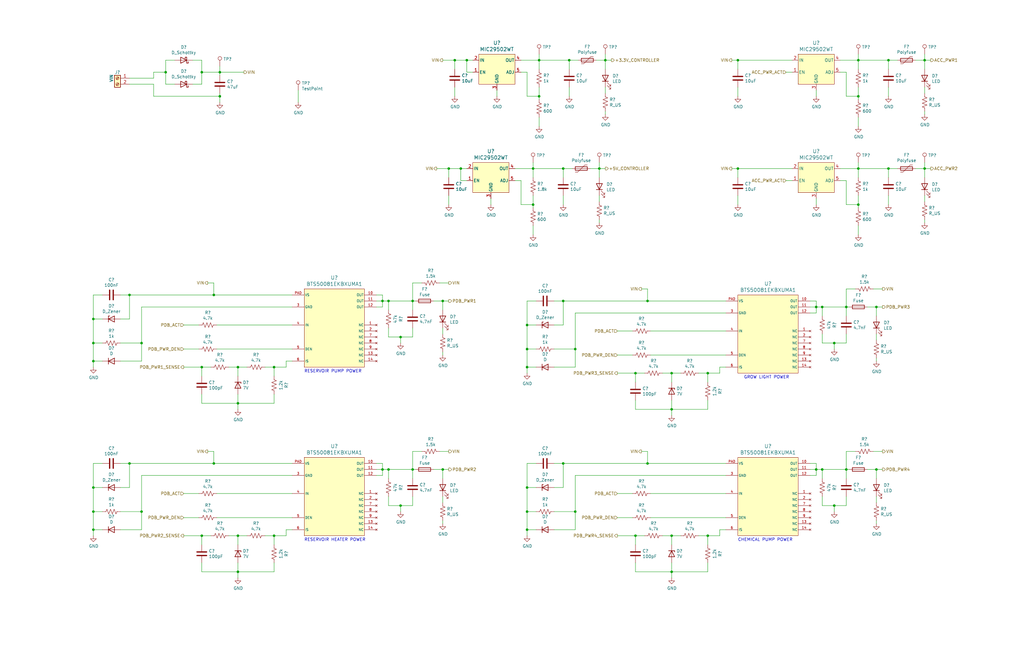
<source format=kicad_sch>
(kicad_sch (version 20230121) (generator eeschema)
  (paper "B")
  (title_block (title "Power Distribution Board, Dionysus") (rev "alpha") (comment 1 "J. LENDI") (comment 2 "PROTOTYPE - ALPHA"))
  (junction (at 267.97 226.06))
  (junction (at 227.33 25.4))
  (junction (at 344.17 129.54))
  (junction (at 39.37 215.9))
  (junction (at 224.79 86.36))
  (junction (at 361.95 86.36))
  (junction (at 39.37 223.52))
  (junction (at 389.89 25.4))
  (junction (at 374.65 71.12))
  (junction (at 54.61 124.46))
  (junction (at 173.99 127))
  (junction (at 389.89 71.12))
  (junction (at 240.03 25.4))
  (junction (at 237.49 195.58))
  (junction (at 361.95 71.12))
  (junction (at 344.17 198.12))
  (junction (at 100.33 170.18))
  (junction (at 100.33 241.3))
  (junction (at 100.33 226.06))
  (junction (at 54.61 195.58))
  (junction (at 186.69 198.12))
  (junction (at 222.25 137.16))
  (junction (at 186.69 127))
  (junction (at 168.91 142.24))
  (junction (at 115.57 154.94))
  (junction (at 90.17 124.46))
  (junction (at 311.15 71.12))
  (junction (at 189.23 71.12))
  (junction (at 374.65 25.4))
  (junction (at 39.37 205.74))
  (junction (at 346.71 129.54))
  (junction (at 194.31 71.12))
  (junction (at 283.21 172.72))
  (junction (at 115.57 226.06))
  (junction (at 92.71 30.48))
  (junction (at 92.71 40.64))
  (junction (at 351.79 144.78))
  (junction (at 69.85 30.48))
  (junction (at 163.83 127))
  (junction (at 311.15 25.4))
  (junction (at 222.25 215.9))
  (junction (at 161.29 198.12))
  (junction (at 222.25 154.94))
  (junction (at 351.79 213.36))
  (junction (at 222.25 147.32))
  (junction (at 356.87 198.12))
  (junction (at 191.77 25.4))
  (junction (at 90.17 195.58))
  (junction (at 273.05 195.58))
  (junction (at 222.25 205.74))
  (junction (at 224.79 71.12))
  (junction (at 85.09 226.06))
  (junction (at 168.91 213.36))
  (junction (at 369.57 129.54))
  (junction (at 283.21 226.06))
  (junction (at 361.95 25.4))
  (junction (at 237.49 71.12))
  (junction (at 369.57 198.12))
  (junction (at 298.45 157.48))
  (junction (at 39.37 152.4))
  (junction (at 100.33 154.94))
  (junction (at 39.37 144.78))
  (junction (at 242.57 147.32))
  (junction (at 255.27 25.4))
  (junction (at 237.49 127))
  (junction (at 173.99 198.12))
  (junction (at 283.21 157.48))
  (junction (at 222.25 223.52))
  (junction (at 161.29 127))
  (junction (at 361.95 40.64))
  (junction (at 163.83 198.12))
  (junction (at 252.73 71.12))
  (junction (at 59.69 215.9))
  (junction (at 346.71 198.12))
  (junction (at 283.21 241.3))
  (junction (at 85.09 154.94))
  (junction (at 298.45 226.06))
  (junction (at 242.57 215.9))
  (junction (at 85.09 30.48))
  (junction (at 59.69 144.78))
  (junction (at 39.37 134.62))
  (junction (at 196.85 25.4))
  (junction (at 273.05 127))
  (junction (at 267.97 157.48))
  (junction (at 227.33 40.64))
  (junction (at 356.87 129.54))
  (wire (pts (xy 260.35 218.44) (xy 266.7 218.44)))
  (wire (pts (xy 219.71 30.48) (xy 222.25 30.48)))
  (wire (pts (xy 104.14 154.94) (xy 100.33 154.94)))
  (wire (pts (xy 361.95 25.4) (xy 374.65 25.4)))
  (wire (pts (xy 389.89 25.4) (xy 389.89 29.21)))
  (wire (pts (xy 163.83 127) (xy 173.99 127)))
  (wire (pts (xy 54.61 124.46) (xy 90.17 124.46)))
  (wire (pts (xy 92.71 30.48) (xy 102.87 30.48)))
  (wire (pts (xy 274.32 218.44) (xy 306.07 218.44)))
  (wire (pts (xy 224.79 68.58) (xy 224.79 71.12)))
  (wire (pts (xy 365.76 129.54) (xy 369.57 129.54)))
  (wire (pts (xy 361.95 40.64) (xy 361.95 41.91)))
  (wire (pts (xy 227.33 22.86) (xy 227.33 25.4)))
  (wire (pts (xy 85.09 170.18) (xy 100.33 170.18)))
  (wire (pts (xy 123.19 223.52) (xy 120.65 223.52)))
  (wire (pts (xy 54.61 195.58) (xy 90.17 195.58)))
  (wire (pts (xy 54.61 134.62) (xy 50.8 134.62)))
  (wire (pts (xy 64.77 35.56) (xy 64.77 40.64)))
  (wire (pts (xy 224.79 82.55) (xy 224.79 86.36)))
  (wire (pts (xy 186.69 219.71) (xy 186.69 220.98)))
  (wire (pts (xy 39.37 195.58) (xy 39.37 205.74)))
  (wire (pts (xy 186.69 148.59) (xy 186.69 149.86)))
  (wire (pts (xy 85.09 226.06) (xy 85.09 229.87)))
  (wire (pts (xy 50.8 152.4) (xy 59.69 152.4)))
  (wire (pts (xy 346.71 144.78) (xy 346.71 140.97)))
  (wire (pts (xy 196.85 76.2) (xy 194.31 76.2)))
  (wire (pts (xy 186.69 209.55) (xy 186.69 212.09)))
  (wire (pts (xy 356.87 201.93) (xy 356.87 198.12)))
  (wire (pts (xy 185.42 119.38) (xy 189.23 119.38)))
  (wire (pts (xy 283.21 237.49) (xy 283.21 241.3)))
  (wire (pts (xy 283.21 172.72) (xy 283.21 175.26)))
  (wire (pts (xy 365.76 198.12) (xy 369.57 198.12)))
  (wire (pts (xy 191.77 25.4) (xy 191.77 29.21)))
  (wire (pts (xy 283.21 157.48) (xy 283.21 161.29)))
  (wire (pts (xy 173.99 190.5) (xy 173.99 198.12)))
  (wire (pts (xy 100.33 170.18) (xy 100.33 172.72)))
  (wire (pts (xy 237.49 137.16) (xy 233.68 137.16)))
  (wire (pts (xy 361.95 71.12) (xy 374.65 71.12)))
  (wire (pts (xy 361.95 68.58) (xy 361.95 71.12)))
  (wire (pts (xy 267.97 237.49) (xy 267.97 241.3)))
  (wire (pts (xy 123.19 152.4) (xy 120.65 152.4)))
  (wire (pts (xy 50.8 223.52) (xy 59.69 223.52)))
  (wire (pts (xy 389.89 25.4) (xy 392.43 25.4)))
  (wire (pts (xy 115.57 166.37) (xy 115.57 170.18)))
  (wire (pts (xy 85.09 30.48) (xy 85.09 25.4)))
  (wire (pts (xy 283.21 157.48) (xy 279.4 157.48)))
  (wire (pts (xy 341.63 198.12) (xy 344.17 198.12)))
  (wire (pts (xy 273.05 195.58) (xy 306.07 195.58)))
  (wire (pts (xy 361.95 36.83) (xy 361.95 40.64)))
  (wire (pts (xy 59.69 215.9) (xy 59.69 223.52)))
  (wire (pts (xy 255.27 25.4) (xy 251.46 25.4)))
  (wire (pts (xy 87.63 119.38) (xy 90.17 119.38)))
  (wire (pts (xy 189.23 71.12) (xy 194.31 71.12)))
  (wire (pts (xy 341.63 129.54) (xy 344.17 129.54)))
  (wire (pts (xy 267.97 241.3) (xy 283.21 241.3)))
  (wire (pts (xy 242.57 200.66) (xy 242.57 215.9)))
  (wire (pts (xy 389.89 46.99) (xy 389.89 48.26)))
  (wire (pts (xy 344.17 83.82) (xy 344.17 86.36)))
  (wire (pts (xy 255.27 22.86) (xy 255.27 25.4)))
  (wire (pts (xy 100.33 226.06) (xy 96.52 226.06)))
  (wire (pts (xy 351.79 215.9) (xy 351.79 213.36)))
  (wire (pts (xy 252.73 82.55) (xy 252.73 85.09)))
  (wire (pts (xy 85.09 241.3) (xy 100.33 241.3)))
  (wire (pts (xy 69.85 35.56) (xy 73.66 35.56)))
  (wire (pts (xy 115.57 226.06) (xy 111.76 226.06)))
  (wire (pts (xy 227.33 25.4) (xy 227.33 29.21)))
  (wire (pts (xy 344.17 198.12) (xy 344.17 200.66)))
  (wire (pts (xy 39.37 205.74) (xy 39.37 215.9)))
  (wire (pts (xy 311.15 71.12) (xy 308.61 71.12)))
  (wire (pts (xy 222.25 137.16) (xy 222.25 147.32)))
  (wire (pts (xy 92.71 27.94) (xy 92.71 30.48)))
  (wire (pts (xy 233.68 147.32) (xy 242.57 147.32)))
  (wire (pts (xy 163.83 198.12) (xy 173.99 198.12)))
  (wire (pts (xy 346.71 201.93) (xy 346.71 198.12)))
  (wire (pts (xy 361.95 82.55) (xy 361.95 86.36)))
  (wire (pts (xy 73.66 25.4) (xy 69.85 25.4)))
  (wire (pts (xy 100.33 170.18) (xy 115.57 170.18)))
  (wire (pts (xy 344.17 200.66) (xy 341.63 200.66)))
  (wire (pts (xy 341.63 195.58) (xy 344.17 195.58)))
  (wire (pts (xy 43.18 215.9) (xy 39.37 215.9)))
  (wire (pts (xy 43.18 223.52) (xy 39.37 223.52)))
  (wire (pts (xy 173.99 142.24) (xy 173.99 138.43)))
  (wire (pts (xy 161.29 200.66) (xy 158.75 200.66)))
  (wire (pts (xy 356.87 133.35) (xy 356.87 129.54)))
  (wire (pts (xy 168.91 142.24) (xy 173.99 142.24)))
  (wire (pts (xy 311.15 25.4) (xy 311.15 29.21)))
  (wire (pts (xy 222.25 30.48) (xy 222.25 40.64)))
  (wire (pts (xy 226.06 205.74) (xy 222.25 205.74)))
  (wire (pts (xy 351.79 213.36) (xy 356.87 213.36)))
  (wire (pts (xy 158.75 195.58) (xy 161.29 195.58)))
  (wire (pts (xy 191.77 36.83) (xy 191.77 40.64)))
  (wire (pts (xy 39.37 124.46) (xy 39.37 134.62)))
  (wire (pts (xy 255.27 36.83) (xy 255.27 39.37)))
  (wire (pts (xy 120.65 154.94) (xy 115.57 154.94)))
  (wire (pts (xy 226.06 215.9) (xy 222.25 215.9)))
  (wire (pts (xy 189.23 71.12) (xy 189.23 74.93)))
  (wire (pts (xy 361.95 95.25) (xy 361.95 99.06)))
  (wire (pts (xy 161.29 127) (xy 161.29 129.54)))
  (wire (pts (xy 270.51 121.92) (xy 273.05 121.92)))
  (wire (pts (xy 168.91 213.36) (xy 173.99 213.36)))
  (wire (pts (xy 369.57 129.54) (xy 369.57 133.35)))
  (wire (pts (xy 43.18 195.58) (xy 39.37 195.58)))
  (wire (pts (xy 226.06 127) (xy 222.25 127)))
  (wire (pts (xy 273.05 121.92) (xy 273.05 127)))
  (wire (pts (xy 161.29 198.12) (xy 163.83 198.12)))
  (wire (pts (xy 77.47 208.28) (xy 83.82 208.28)))
  (wire (pts (xy 351.79 144.78) (xy 346.71 144.78)))
  (wire (pts (xy 227.33 40.64) (xy 227.33 41.91)))
  (wire (pts (xy 161.29 129.54) (xy 158.75 129.54)))
  (wire (pts (xy 173.99 198.12) (xy 175.26 198.12)))
  (wire (pts (xy 354.33 76.2) (xy 356.87 76.2)))
  (wire (pts (xy 369.57 209.55) (xy 369.57 212.09)))
  (wire (pts (xy 173.99 119.38) (xy 177.8 119.38)))
  (wire (pts (xy 100.33 166.37) (xy 100.33 170.18)))
  (wire (pts (xy 91.44 208.28) (xy 123.19 208.28)))
  (wire (pts (xy 224.79 71.12) (xy 237.49 71.12)))
  (wire (pts (xy 237.49 195.58) (xy 233.68 195.58)))
  (wire (pts (xy 356.87 190.5) (xy 356.87 198.12)))
  (wire (pts (xy 298.45 229.87) (xy 298.45 226.06)))
  (wire (pts (xy 186.69 127) (xy 186.69 130.81)))
  (wire (pts (xy 77.47 226.06) (xy 85.09 226.06)))
  (wire (pts (xy 54.61 195.58) (xy 54.61 205.74)))
  (wire (pts (xy 163.83 213.36) (xy 163.83 209.55)))
  (wire (pts (xy 59.69 200.66) (xy 59.69 215.9)))
  (wire (pts (xy 196.85 30.48) (xy 196.85 25.4)))
  (wire (pts (xy 226.06 154.94) (xy 222.25 154.94)))
  (wire (pts (xy 374.65 82.55) (xy 374.65 86.36)))
  (wire (pts (xy 43.18 134.62) (xy 39.37 134.62)))
  (wire (pts (xy 237.49 127) (xy 273.05 127)))
  (wire (pts (xy 389.89 71.12) (xy 389.89 74.93)))
  (wire (pts (xy 199.39 30.48) (xy 196.85 30.48)))
  (wire (pts (xy 120.65 223.52) (xy 120.65 226.06)))
  (wire (pts (xy 344.17 195.58) (xy 344.17 198.12)))
  (wire (pts (xy 267.97 226.06) (xy 271.78 226.06)))
  (wire (pts (xy 368.3 121.92) (xy 372.11 121.92)))
  (wire (pts (xy 351.79 213.36) (xy 346.71 213.36)))
  (wire (pts (xy 344.17 127) (xy 344.17 129.54)))
  (wire (pts (xy 233.68 223.52) (xy 242.57 223.52)))
  (wire (pts (xy 260.35 157.48) (xy 267.97 157.48)))
  (wire (pts (xy 303.53 157.48) (xy 298.45 157.48)))
  (wire (pts (xy 237.49 195.58) (xy 273.05 195.58)))
  (wire (pts (xy 351.79 144.78) (xy 356.87 144.78)))
  (wire (pts (xy 69.85 30.48) (xy 69.85 35.56)))
  (wire (pts (xy 240.03 36.83) (xy 240.03 40.64)))
  (wire (pts (xy 87.63 190.5) (xy 90.17 190.5)))
  (wire (pts (xy 50.8 215.9) (xy 59.69 215.9)))
  (wire (pts (xy 186.69 138.43) (xy 186.69 140.97)))
  (wire (pts (xy 90.17 119.38) (xy 90.17 124.46)))
  (wire (pts (xy 39.37 215.9) (xy 39.37 223.52)))
  (wire (pts (xy 283.21 172.72) (xy 298.45 172.72)))
  (wire (pts (xy 242.57 132.08) (xy 306.07 132.08)))
  (wire (pts (xy 100.33 241.3) (xy 100.33 243.84)))
  (wire (pts (xy 158.75 198.12) (xy 161.29 198.12)))
  (wire (pts (xy 346.71 198.12) (xy 356.87 198.12)))
  (wire (pts (xy 90.17 195.58) (xy 123.19 195.58)))
  (wire (pts (xy 100.33 154.94) (xy 96.52 154.94)))
  (wire (pts (xy 237.49 127) (xy 237.49 137.16)))
  (wire (pts (xy 158.75 124.46) (xy 161.29 124.46)))
  (wire (pts (xy 346.71 129.54) (xy 356.87 129.54)))
  (wire (pts (xy 356.87 198.12) (xy 358.14 198.12)))
  (wire (pts (xy 346.71 213.36) (xy 346.71 209.55)))
  (wire (pts (xy 283.21 226.06) (xy 283.21 229.87)))
  (wire (pts (xy 341.63 127) (xy 344.17 127)))
  (wire (pts (xy 303.53 223.52) (xy 303.53 226.06)))
  (wire (pts (xy 255.27 25.4) (xy 255.27 29.21)))
  (wire (pts (xy 242.57 147.32) (xy 242.57 154.94)))
  (wire (pts (xy 361.95 22.86) (xy 361.95 25.4)))
  (wire (pts (xy 311.15 25.4) (xy 308.61 25.4)))
  (wire (pts (xy 85.09 166.37) (xy 85.09 170.18)))
  (wire (pts (xy 368.3 190.5) (xy 372.11 190.5)))
  (wire (pts (xy 54.61 195.58) (xy 50.8 195.58)))
  (wire (pts (xy 173.99 119.38) (xy 173.99 127)))
  (wire (pts (xy 222.25 40.64) (xy 227.33 40.64)))
  (wire (pts (xy 85.09 30.48) (xy 92.71 30.48)))
  (wire (pts (xy 233.68 215.9) (xy 242.57 215.9)))
  (wire (pts (xy 224.79 71.12) (xy 224.79 74.93)))
  (wire (pts (xy 267.97 157.48) (xy 271.78 157.48)))
  (wire (pts (xy 273.05 190.5) (xy 273.05 195.58)))
  (wire (pts (xy 43.18 205.74) (xy 39.37 205.74)))
  (wire (pts (xy 356.87 30.48) (xy 356.87 40.64)))
  (wire (pts (xy 173.99 127) (xy 175.26 127)))
  (wire (pts (xy 311.15 36.83) (xy 311.15 40.64)))
  (wire (pts (xy 222.25 147.32) (xy 222.25 154.94)))
  (wire (pts (xy 92.71 31.75) (xy 92.71 30.48)))
  (wire (pts (xy 346.71 133.35) (xy 346.71 129.54)))
  (wire (pts (xy 237.49 82.55) (xy 237.49 86.36)))
  (wire (pts (xy 168.91 215.9) (xy 168.91 213.36)))
  (wire (pts (xy 158.75 127) (xy 161.29 127)))
  (wire (pts (xy 163.83 142.24) (xy 163.83 138.43)))
  (wire (pts (xy 81.28 35.56) (xy 85.09 35.56)))
  (wire (pts (xy 222.25 205.74) (xy 222.25 215.9)))
  (wire (pts (xy 100.33 154.94) (xy 100.33 158.75)))
  (wire (pts (xy 161.29 124.46) (xy 161.29 127)))
  (wire (pts (xy 185.42 190.5) (xy 189.23 190.5)))
  (wire (pts (xy 237.49 127) (xy 233.68 127)))
  (wire (pts (xy 224.79 86.36) (xy 224.79 87.63)))
  (wire (pts (xy 303.53 154.94) (xy 303.53 157.48)))
  (wire (pts (xy 374.65 71.12) (xy 378.46 71.12)))
  (wire (pts (xy 59.69 200.66) (xy 123.19 200.66)))
  (wire (pts (xy 161.29 195.58) (xy 161.29 198.12)))
  (wire (pts (xy 161.29 127) (xy 163.83 127)))
  (wire (pts (xy 386.08 71.12) (xy 389.89 71.12)))
  (wire (pts (xy 77.47 218.44) (xy 83.82 218.44)))
  (wire (pts (xy 252.73 92.71) (xy 252.73 93.98)))
  (wire (pts (xy 356.87 144.78) (xy 356.87 140.97)))
  (wire (pts (xy 50.8 144.78) (xy 59.69 144.78)))
  (wire (pts (xy 354.33 30.48) (xy 356.87 30.48)))
  (wire (pts (xy 303.53 226.06) (xy 298.45 226.06)))
  (wire (pts (xy 226.06 223.52) (xy 222.25 223.52)))
  (wire (pts (xy 85.09 35.56) (xy 85.09 30.48)))
  (wire (pts (xy 267.97 172.72) (xy 283.21 172.72)))
  (wire (pts (xy 374.65 25.4) (xy 374.65 29.21)))
  (wire (pts (xy 54.61 124.46) (xy 50.8 124.46)))
  (wire (pts (xy 237.49 205.74) (xy 233.68 205.74)))
  (wire (pts (xy 69.85 25.4) (xy 69.85 30.48)))
  (wire (pts (xy 39.37 152.4) (xy 39.37 154.94)))
  (wire (pts (xy 344.17 129.54) (xy 346.71 129.54)))
  (wire (pts (xy 59.69 129.54) (xy 59.69 144.78)))
  (wire (pts (xy 43.18 124.46) (xy 39.37 124.46)))
  (wire (pts (xy 163.83 130.81) (xy 163.83 127)))
  (wire (pts (xy 191.77 25.4) (xy 196.85 25.4)))
  (wire (pts (xy 344.17 132.08) (xy 341.63 132.08)))
  (wire (pts (xy 90.17 124.46) (xy 123.19 124.46)))
  (wire (pts (xy 369.57 198.12) (xy 369.57 201.93)))
  (wire (pts (xy 59.69 144.78) (xy 59.69 152.4)))
  (wire (pts (xy 85.09 226.06) (xy 88.9 226.06)))
  (wire (pts (xy 389.89 82.55) (xy 389.89 85.09)))
  (wire (pts (xy 219.71 76.2) (xy 219.71 86.36)))
  (wire (pts (xy 306.07 223.52) (xy 303.53 223.52)))
  (wire (pts (xy 334.01 76.2) (xy 331.47 76.2)))
  (wire (pts (xy 168.91 142.24) (xy 163.83 142.24)))
  (wire (pts (xy 104.14 226.06) (xy 100.33 226.06)))
  (wire (pts (xy 85.09 154.94) (xy 85.09 158.75)))
  (wire (pts (xy 186.69 198.12) (xy 186.69 201.93)))
  (wire (pts (xy 334.01 71.12) (xy 311.15 71.12)))
  (wire (pts (xy 298.45 226.06) (xy 294.64 226.06)))
  (wire (pts (xy 369.57 140.97) (xy 369.57 143.51)))
  (wire (pts (xy 260.35 149.86) (xy 266.7 149.86)))
  (wire (pts (xy 64.77 30.48) (xy 64.77 33.02)))
  (wire (pts (xy 64.77 40.64) (xy 92.71 40.64)))
  (wire (pts (xy 39.37 134.62) (xy 39.37 144.78)))
  (wire (pts (xy 43.18 144.78) (xy 39.37 144.78)))
  (wire (pts (xy 226.06 195.58) (xy 222.25 195.58)))
  (wire (pts (xy 369.57 219.71) (xy 369.57 220.98)))
  (wire (pts (xy 222.25 154.94) (xy 222.25 157.48)))
  (wire (pts (xy 306.07 154.94) (xy 303.53 154.94)))
  (wire (pts (xy 115.57 158.75) (xy 115.57 154.94)))
  (wire (pts (xy 77.47 147.32) (xy 83.82 147.32)))
  (wire (pts (xy 222.25 215.9) (xy 222.25 223.52)))
  (wire (pts (xy 260.35 226.06) (xy 267.97 226.06)))
  (wire (pts (xy 77.47 154.94) (xy 85.09 154.94)))
  (wire (pts (xy 369.57 151.13) (xy 369.57 152.4)))
  (wire (pts (xy 356.87 40.64) (xy 361.95 40.64)))
  (wire (pts (xy 39.37 144.78) (xy 39.37 152.4)))
  (wire (pts (xy 356.87 213.36) (xy 356.87 209.55)))
  (wire (pts (xy 54.61 124.46) (xy 54.61 134.62)))
  (wire (pts (xy 173.99 213.36) (xy 173.99 209.55)))
  (wire (pts (xy 219.71 25.4) (xy 227.33 25.4)))
  (wire (pts (xy 182.88 198.12) (xy 186.69 198.12)))
  (wire (pts (xy 115.57 237.49) (xy 115.57 241.3)))
  (wire (pts (xy 194.31 76.2) (xy 194.31 71.12)))
  (wire (pts (xy 252.73 68.58) (xy 252.73 71.12)))
  (wire (pts (xy 115.57 154.94) (xy 111.76 154.94)))
  (wire (pts (xy 233.68 154.94) (xy 242.57 154.94)))
  (wire (pts (xy 356.87 121.92) (xy 356.87 129.54)))
  (wire (pts (xy 240.03 25.4) (xy 240.03 29.21)))
  (wire (pts (xy 237.49 71.12) (xy 241.3 71.12)))
  (wire (pts (xy 356.87 86.36) (xy 361.95 86.36)))
  (wire (pts (xy 243.84 25.4) (xy 240.03 25.4)))
  (wire (pts (xy 189.23 198.12) (xy 186.69 198.12)))
  (wire (pts (xy 354.33 25.4) (xy 361.95 25.4)))
  (wire (pts (xy 361.95 25.4) (xy 361.95 29.21)))
  (wire (pts (xy 163.83 201.93) (xy 163.83 198.12)))
  (wire (pts (xy 199.39 25.4) (xy 196.85 25.4)))
  (wire (pts (xy 209.55 38.1) (xy 209.55 40.64)))
  (wire (pts (xy 115.57 229.87) (xy 115.57 226.06)))
  (wire (pts (xy 270.51 190.5) (xy 273.05 190.5)))
  (wire (pts (xy 252.73 71.12) (xy 252.73 74.93)))
  (wire (pts (xy 64.77 33.02) (xy 54.61 33.02)))
  (wire (pts (xy 242.57 132.08) (xy 242.57 147.32)))
  (wire (pts (xy 298.45 168.91) (xy 298.45 172.72)))
  (wire (pts (xy 227.33 25.4) (xy 240.03 25.4)))
  (wire (pts (xy 217.17 71.12) (xy 224.79 71.12)))
  (wire (pts (xy 226.06 137.16) (xy 222.25 137.16)))
  (wire (pts (xy 189.23 127) (xy 186.69 127)))
  (wire (pts (xy 120.65 226.06) (xy 115.57 226.06)))
  (wire (pts (xy 85.09 154.94) (xy 88.9 154.94)))
  (wire (pts (xy 374.65 36.83) (xy 374.65 40.64)))
  (wire (pts (xy 252.73 71.12) (xy 255.27 71.12)))
  (wire (pts (xy 227.33 36.83) (xy 227.33 40.64)))
  (wire (pts (xy 120.65 152.4) (xy 120.65 154.94)))
  (wire (pts (xy 255.27 25.4) (xy 257.81 25.4)))
  (wire (pts (xy 356.87 121.92) (xy 360.68 121.92)))
  (wire (pts (xy 354.33 71.12) (xy 361.95 71.12)))
  (wire (pts (xy 227.33 49.53) (xy 227.33 53.34)))
  (wire (pts (xy 217.17 76.2) (xy 219.71 76.2)))
  (wire (pts (xy 389.89 68.58) (xy 389.89 71.12)))
  (wire (pts (xy 85.09 237.49) (xy 85.09 241.3)))
  (wire (pts (xy 344.17 129.54) (xy 344.17 132.08)))
  (wire (pts (xy 356.87 190.5) (xy 360.68 190.5)))
  (wire (pts (xy 100.33 226.06) (xy 100.33 229.87)))
  (wire (pts (xy 90.17 190.5) (xy 90.17 195.58)))
  (wire (pts (xy 91.44 218.44) (xy 123.19 218.44)))
  (wire (pts (xy 389.89 92.71) (xy 389.89 93.98)))
  (wire (pts (xy 374.65 25.4) (xy 378.46 25.4)))
  (wire (pts (xy 125.73 38.1) (xy 125.73 43.18)))
  (wire (pts (xy 54.61 35.56) (xy 64.77 35.56)))
  (wire (pts (xy 91.44 137.16) (xy 123.19 137.16)))
  (wire (pts (xy 361.95 86.36) (xy 361.95 87.63)))
  (wire (pts (xy 237.49 195.58) (xy 237.49 205.74)))
  (wire (pts (xy 173.99 190.5) (xy 177.8 190.5)))
  (wire (pts (xy 283.21 226.06) (xy 279.4 226.06)))
  (wire (pts (xy 389.89 71.12) (xy 392.43 71.12)))
  (wire (pts (xy 224.79 95.25) (xy 224.79 99.06)))
  (wire (pts (xy 311.15 82.55) (xy 311.15 86.36)))
  (wire (pts (xy 92.71 40.64) (xy 92.71 43.18)))
  (wire (pts (xy 298.45 157.48) (xy 294.64 157.48)))
  (wire (pts (xy 91.44 147.32) (xy 123.19 147.32)))
  (wire (pts (xy 59.69 129.54) (xy 123.19 129.54)))
  (wire (pts (xy 161.29 198.12) (xy 161.29 200.66)))
  (wire (pts (xy 184.15 71.12) (xy 189.23 71.12)))
  (wire (pts (xy 77.47 137.16) (xy 83.82 137.16)))
  (wire (pts (xy 334.01 25.4) (xy 311.15 25.4)))
  (wire (pts (xy 344.17 38.1) (xy 344.17 40.64)))
  (wire (pts (xy 100.33 237.49) (xy 100.33 241.3)))
  (wire (pts (xy 260.35 208.28) (xy 266.7 208.28)))
  (wire (pts (xy 54.61 205.74) (xy 50.8 205.74)))
  (wire (pts (xy 334.01 30.48) (xy 331.47 30.48)))
  (wire (pts (xy 267.97 168.91) (xy 267.97 172.72)))
  (wire (pts (xy 372.11 198.12) (xy 369.57 198.12)))
  (wire (pts (xy 196.85 71.12) (xy 194.31 71.12)))
  (wire (pts (xy 374.65 71.12) (xy 374.65 74.93)))
  (wire (pts (xy 351.79 147.32) (xy 351.79 144.78)))
  (wire (pts (xy 311.15 71.12) (xy 311.15 74.93)))
  (wire (pts (xy 273.05 127) (xy 306.07 127)))
  (wire (pts (xy 255.27 46.99) (xy 255.27 48.26)))
  (wire (pts (xy 222.25 223.52) (xy 222.25 226.06)))
  (wire (pts (xy 100.33 241.3) (xy 115.57 241.3)))
  (wire (pts (xy 356.87 76.2) (xy 356.87 86.36)))
  (wire (pts (xy 189.23 82.55) (xy 189.23 86.36)))
  (wire (pts (xy 173.99 130.81) (xy 173.99 127)))
  (wire (pts (xy 298.45 161.29) (xy 298.45 157.48)))
  (wire (pts (xy 274.32 208.28) (xy 306.07 208.28)))
  (wire (pts (xy 389.89 22.86) (xy 389.89 25.4)))
  (wire (pts (xy 222.25 195.58) (xy 222.25 205.74)))
  (wire (pts (xy 186.69 25.4) (xy 191.77 25.4)))
  (wire (pts (xy 386.08 25.4) (xy 389.89 25.4)))
  (wire (pts (xy 173.99 201.93) (xy 173.99 198.12)))
  (wire (pts (xy 274.32 139.7) (xy 306.07 139.7)))
  (wire (pts (xy 283.21 241.3) (xy 283.21 243.84)))
  (wire (pts (xy 356.87 129.54) (xy 358.14 129.54)))
  (wire (pts (xy 226.06 147.32) (xy 222.25 147.32)))
  (wire (pts (xy 298.45 237.49) (xy 298.45 241.3)))
  (wire (pts (xy 344.17 198.12) (xy 346.71 198.12)))
  (wire (pts (xy 85.09 25.4) (xy 81.28 25.4)))
  (wire (pts (xy 361.95 71.12) (xy 361.95 74.93)))
  (wire (pts (xy 168.91 144.78) (xy 168.91 142.24)))
  (wire (pts (xy 222.25 127) (xy 222.25 137.16)))
  (wire (pts (xy 389.89 36.83) (xy 389.89 39.37)))
  (wire (pts (xy 248.92 71.12) (xy 252.73 71.12)))
  (wire (pts (xy 287.02 157.48) (xy 283.21 157.48)))
  (wire (pts (xy 242.57 200.66) (xy 306.07 200.66)))
  (wire (pts (xy 372.11 129.54) (xy 369.57 129.54)))
  (wire (pts (xy 283.21 168.91) (xy 283.21 172.72)))
  (wire (pts (xy 361.95 49.53) (xy 361.95 53.34)))
  (wire (pts (xy 287.02 226.06) (xy 283.21 226.06)))
  (wire (pts (xy 219.71 86.36) (xy 224.79 86.36)))
  (wire (pts (xy 283.21 241.3) (xy 298.45 241.3)))
  (wire (pts (xy 260.35 139.7) (xy 266.7 139.7)))
  (wire (pts (xy 168.91 213.36) (xy 163.83 213.36)))
  (wire (pts (xy 237.49 71.12) (xy 237.49 74.93)))
  (wire (pts (xy 182.88 127) (xy 186.69 127)))
  (wire (pts (xy 267.97 226.06) (xy 267.97 229.87)))
  (wire (pts (xy 64.77 30.48) (xy 69.85 30.48)))
  (wire (pts (xy 207.01 83.82) (xy 207.01 86.36)))
  (wire (pts (xy 43.18 152.4) (xy 39.37 152.4)))
  (wire (pts (xy 267.97 157.48) (xy 267.97 161.29)))
  (wire (pts (xy 274.32 149.86) (xy 306.07 149.86)))
  (wire (pts (xy 242.57 215.9) (xy 242.57 223.52)))
  (wire (pts (xy 92.71 39.37) (xy 92.71 40.64)))
  (wire (pts (xy 39.37 223.52) (xy 39.37 226.06)))
  (text "GROW LIGHT POWER" (at 313.69 160.02 0) (effects (font (size 1.27 1.27)) (justify left bottom)))
  (text "CHEMICAL PUMP POWER" (at 311.15 228.6 0) (effects (font (size 1.27 1.27)) (justify left bottom)))
  (text "RESERVOIR HEATER POWER" (at 128.27 228.6 0) (effects (font (size 1.27 1.27)) (justify left bottom)))
  (text "RESERVOIR PUMP POWER" (at 128.27 157.48 0) (effects (font (size 1.27 1.27)) (justify left bottom)))
  (hierarchical_label "PDB_ACT" (shape input) (at 77.47 208.28 180))
  (hierarchical_label "PDB_ACT" (shape input) (at 77.47 137.16 180))
  (hierarchical_label "PDB_PWR_DEN" (shape input) (at 260.35 218.44 180))
  (hierarchical_label "PDB_PWR_DEN" (shape input) (at 77.47 218.44 180))
  (hierarchical_label "VIN" (shape output) (at 308.61 71.12 180))
  (hierarchical_label "VIN" (shape output) (at 372.11 190.5 0))
  (hierarchical_label "VIN" (shape output) (at 308.61 25.4 180))
  (hierarchical_label "PDB_PWR3_SENSE" (shape output) (at 260.35 157.48 180))
  (hierarchical_label "ACC_PWR_ACT" (shape input) (at 331.47 76.2 180))
  (hierarchical_label "PDB_PWR3" (shape output) (at 372.11 129.54 0))
  (hierarchical_label "ACC_PWR2" (shape output) (at 392.43 71.12 0))
  (hierarchical_label "PDB_PWR_DEN" (shape input) (at 77.47 147.32 180))
  (hierarchical_label "VIN" (shape output) (at 87.63 119.38 180))
  (hierarchical_label "PDB_ACT" (shape input) (at 260.35 139.7 180))
  (hierarchical_label "PDB_PWR4" (shape output) (at 372.11 198.12 0))
  (hierarchical_label "VIN" (shape output) (at 87.63 190.5 180))
  (hierarchical_label "+5V_CONTROLLER" (shape output) (at 255.27 71.12 0))
  (hierarchical_label "PDB_ACT" (shape input) (at 260.35 208.28 180))
  (hierarchical_label "PDB_PWR2_SENSE" (shape output) (at 77.47 226.06 180))
  (hierarchical_label "VIN" (shape output) (at 372.11 121.92 0))
  (hierarchical_label "+3.3V_CONTROLLER" (shape output) (at 257.81 25.4 0))
  (hierarchical_label "VIN" (shape output) (at 270.51 190.5 180))
  (hierarchical_label "PDB_PWR1" (shape output) (at 189.23 127 0))
  (hierarchical_label "PDB_PWR2" (shape output) (at 189.23 198.12 0))
  (hierarchical_label "VIN" (shape output) (at 270.51 121.92 180))
  (hierarchical_label "PDB_PWR_DEN" (shape input) (at 260.35 149.86 180))
  (hierarchical_label "VIN" (shape output) (at 189.23 119.38 0))
  (hierarchical_label "VIN" (shape output) (at 189.23 190.5 0))
  (hierarchical_label "VIN" (shape output) (at 186.69 25.4 180))
  (hierarchical_label "ACC_PWR_ACT" (shape input) (at 331.47 30.48 180))
  (hierarchical_label "VIN" (shape output) (at 184.15 71.12 180))
  (hierarchical_label "ACC_PWR1" (shape output) (at 392.43 25.4 0))
  (hierarchical_label "PDB_PWR4_SENSE" (shape output) (at 260.35 226.06 180))
  (hierarchical_label "VIN" (shape output) (at 102.87 30.48 0))
  (hierarchical_label "PDB_PWR1_SENSE" (shape output) (at 77.47 154.94 180))
  (symbol (lib_id "power:GND") (at 222.25 226.06 0) (unit 1)
    (property "Reference" "#PWR016" (effects hide))
    (property "Value" "GND" (at 222.377 230.4542 0))
    (instances (project "Dionysus-Power Distribution Board" (path "" (reference "#PWR016") (unit 1))) (project "Power Distribution Board" (path "" (reference "#PWR?") (unit 1)) (path "" (reference "#PWR?") (unit 1)) (path "" (reference "#PWR0161") (unit 1))))
  )
  (symbol (lib_id "Device:R_US") (at 229.87 147.32 270) (unit 1)
    (property "Reference" "R?" (at 229.87 142.113 90))
    (property "Value" "1k" (at 229.87 144.4244 90))
    (instances (project "Dionysus-Power Distribution Board" (path "" (reference "R?") (unit 1))) (project "Power Distribution Board" (path "" (reference "R92") (unit 1))))
  )
  (symbol (lib_id "Connector:TestPoint") (at 389.89 22.86 0) (unit 1)
    (property "Reference" "TP?" (at 391.3632 19.8628 0) (effects (justify left)))
    (property "Value" "TestPoint" (effects hide))
    (property "Footprint" "TestPoint:TestPoint_Pad_D2.5mm" (effects hide))
  )
  (symbol (lib_id "Device:D_Zener") (at 100.33 233.68 270) (unit 1)
    (property "Reference" "D?" (at 102.362 232.5116 90) (effects (justify left)))
    (property "Value" "7V" (at 102.362 234.823 90) (effects (justify left)))
    (instances (project "Dionysus-Power Distribution Board" (path "" (reference "D?") (unit 1))) (project "Power Distribution Board" (path "" (reference "D19") (unit 1))))
  )
  (symbol (lib_id "Device:R_US") (at 389.89 43.18 0) (unit 1)
    (property "Reference" "R?" (at 391.6172 42.0116 0) (effects (justify left)))
    (property "Value" "R_US" (at 391.6172 44.323 0) (effects (justify left)))
    (instances (project "Dionysus-Power Distribution Board" (path "" (reference "R?") (unit 1))) (project "Power Distribution Board" (path "" (reference "R58") (unit 1))))
  )
  (symbol (lib_id "Device:D") (at 46.99 223.52 0) (unit 1)
    (property "Reference" "D?" (at 46.99 218.0082 0))
    (property "Value" "D" (at 46.99 220.3196 0))
    (instances (project "Dionysus-Power Distribution Board" (path "" (reference "D?") (unit 1))) (project "Power Distribution Board" (path "" (reference "D11") (unit 1))))
  )
  (symbol (lib_id "Power Distribution Board-rescue:BTS50081EKBXUMA1-Driver_Load") (at 120.65 127 0) (unit 1)
    (property "Reference" "U?" (at 140.97 117.1702 0) (effects (font (size 1.524 1.524))))
    (property "Value" "BTS50081EKBXUMA1" (at 140.97 119.8626 0) (effects (font (size 1.524 1.524))))
    (property "Footprint" "PG-DSO-14-47-EP_INF" (effects hide))
    (instances (project "Dionysus-Power Distribution Board" (path "" (reference "U?") (unit 1))) (project "Power Distribution Board" (path "" (reference "U19") (unit 1))))
  )
  (symbol (lib_id "Device:D_Zener") (at 100.33 162.56 270) (unit 1)
    (property "Reference" "D?" (at 102.362 161.3916 90) (effects (justify left)))
    (property "Value" "7V" (at 102.362 163.703 90) (effects (justify left)))
    (instances (project "Dionysus-Power Distribution Board" (path "" (reference "D?") (unit 1))) (project "Power Distribution Board" (path "" (reference "D17") (unit 1))))
  )
  (symbol (lib_id "Device:LED") (at 186.69 205.74 90) (unit 1)
    (property "Reference" "D?" (at 189.6872 204.7494 90) (effects (justify right)))
    (property "Value" "LED" (at 189.6872 207.0608 90) (effects (justify right)))
    (instances (project "Dionysus-Power Distribution Board" (path "" (reference "D?") (unit 1))) (project "Power Distribution Board" (path "" (reference "D36") (unit 1))))
  )
  (symbol (lib_id "power:GND") (at 125.73 43.18 0) (unit 1)
    (property "Reference" "#PWR06" (effects hide))
    (property "Value" "GND" (at 125.857 47.5742 0))
    (instances (project "Dionysus-Power Distribution Board" (path "" (reference "#PWR06") (unit 1))) (project "Power Distribution Board" (path "" (reference "#PWR?") (unit 1)) (path "" (reference "#PWR?") (unit 1)) (path "" (reference "#PWR?") (unit 1))))
  )
  (symbol (lib_id "Device:R_US") (at 224.79 78.74 0) (unit 1)
    (property "Reference" "R?" (at 226.5172 77.5716 0) (effects (justify left)))
    (property "Value" "1.8k" (at 226.5172 79.883 0) (effects (justify left)))
    (instances (project "Dionysus-Power Distribution Board" (path "" (reference "R?") (unit 1))) (project "Power Distribution Board" (path "" (reference "R3") (unit 1))))
  )
  (symbol (lib_id "Device:C") (at 240.03 33.02 0) (unit 1)
    (property "Reference" "C?" (at 242.951 31.8516 0) (effects (justify left)))
    (property "Value" "10uF" (at 242.951 34.163 0) (effects (justify left)))
    (instances (project "Dionysus-Power Distribution Board" (path "" (reference "C?") (unit 1))) (project "Power Distribution Board" (path "" (reference "C6") (unit 1))))
  )
  (symbol (lib_id "Device:R_US") (at 181.61 190.5 90) (mirror x) (unit 1)
    (property "Reference" "R?" (at 181.61 185.293 90))
    (property "Value" "1.5k" (at 181.61 187.6044 90))
    (instances (project "Dionysus-Power Distribution Board" (path "" (reference "R?") (unit 1))) (project "Power Distribution Board" (path "" (reference "R87") (unit 1))))
  )
  (symbol (lib_id "Device:D_Zener") (at 283.21 165.1 270) (unit 1)
    (property "Reference" "D?" (at 285.242 163.9316 90) (effects (justify left)))
    (property "Value" "7V" (at 285.242 166.243 90) (effects (justify left)))
    (instances (project "Dionysus-Power Distribution Board" (path "" (reference "D?") (unit 1))) (project "Power Distribution Board" (path "" (reference "D40") (unit 1))))
  )
  (symbol (lib_id "Device:R_US") (at 107.95 154.94 270) (unit 1)
    (property "Reference" "R?" (at 107.95 149.733 90))
    (property "Value" "4.7k" (at 107.95 152.0444 90))
    (instances (project "Dionysus-Power Distribution Board" (path "" (reference "R?") (unit 1))) (project "Power Distribution Board" (path "" (reference "R77") (unit 1))))
  )
  (symbol (lib_id "Device:C") (at 267.97 233.68 0) (unit 1)
    (property "Reference" "C?" (at 270.891 232.5116 0) (effects (justify left)))
    (property "Value" "100pF" (at 270.891 234.823 0) (effects (justify left)))
    (instances (project "Dionysus-Power Distribution Board" (path "" (reference "C?") (unit 1))) (project "Power Distribution Board" (path "" (reference "C32") (unit 1))))
  )
  (symbol (lib_id "Connector:TestPoint") (at 361.95 22.86 0) (unit 1)
    (property "Reference" "TP?" (at 363.4232 19.8628 0) (effects (justify left)))
    (property "Value" "TestPoint" (effects hide))
    (property "Footprint" "TestPoint:TestPoint_Pad_D2.5mm" (effects hide))
    (instances (project "Dionysus-Power Distribution Board" (path "" (reference "TP?") (unit 1))) (project "Power Distribution Board" (path "" (reference "TP11") (unit 1))))
  )
  (symbol (lib_id "Device:R_US") (at 298.45 165.1 180) (unit 1)
    (property "Reference" "R?" (at 303.657 165.1 90))
    (property "Value" "1.2k" (at 301.3456 165.1 90))
    (instances (project "Dionysus-Power Distribution Board" (path "" (reference "R?") (unit 1))) (project "Power Distribution Board" (path "" (reference "R97") (unit 1))))
  )
  (symbol (lib_id "Power Distribution Board-rescue:MIC29502WT-Regulator_Linear") (at 323.85 27.94 0) (unit 1)
    (property "Reference" "U?" (at 344.17 18.1102 0) (effects (font (size 1.524 1.524))))
    (property "Value" "MIC29502WT" (at 344.17 20.8026 0) (effects (font (size 1.524 1.524))))
    (property "Footprint" "TO-220-5_MCL" (effects hide))
    (instances (project "Dionysus-Power Distribution Board" (path "" (reference "U?") (unit 1))) (project "Power Distribution Board" (path "" (reference "U18") (unit 1))))
  )
  (symbol (lib_id "Device:R_US") (at 87.63 147.32 270) (unit 1)
    (property "Reference" "R?" (at 87.63 142.113 90))
    (property "Value" "4.7k" (at 87.63 144.4244 90))
    (instances (project "Dionysus-Power Distribution Board" (path "" (reference "R?") (unit 1))) (project "Power Distribution Board" (path "" (reference "R69") (unit 1))))
  )
  (symbol (lib_id "Device:R_US") (at 361.95 33.02 0) (unit 1)
    (property "Reference" "R?" (at 363.6772 31.8516 0) (effects (justify left)))
    (property "Value" "1k" (at 363.6772 34.163 0) (effects (justify left)))
    (instances (project "Dionysus-Power Distribution Board" (path "" (reference "R?") (unit 1))) (project "Power Distribution Board" (path "" (reference "R7") (unit 1))))
  )
  (symbol (lib_id "power:GND") (at 389.89 93.98 0) (unit 1)
    (property "Reference" "#PWR038" (effects hide))
    (property "Value" "GND" (at 390.017 98.3742 0))
    (instances (project "Dionysus-Power Distribution Board" (path "" (reference "#PWR038") (unit 1))) (project "Power Distribution Board" (path "" (reference "#PWR0164") (unit 1))))
  )
  (symbol (lib_id "Device:LED") (at 389.89 33.02 90) (unit 1)
    (property "Reference" "D?" (at 392.8872 32.0294 90) (effects (justify right)))
    (property "Value" "LED" (at 392.8872 34.3408 90) (effects (justify right)))
    (instances (project "Dionysus-Power Distribution Board" (path "" (reference "D?") (unit 1))) (project "Power Distribution Board" (path "" (reference "D6") (unit 1))))
  )
  (symbol (lib_id "Device:Fuse") (at 361.95 129.54 270) (unit 1)
    (property "Reference" "F?" (at 361.95 124.5362 90))
    (property "Value" "Fuse" (at 361.95 126.8476 90))
    (instances (project "Dionysus-Power Distribution Board" (path "" (reference "F?") (unit 1))) (project "Power Distribution Board" (path "" (reference "F13") (unit 1))))
  )
  (symbol (lib_id "Device:R_US") (at 346.71 137.16 180) (unit 1)
    (property "Reference" "R?" (at 351.917 137.16 90))
    (property "Value" "47k" (at 349.6056 137.16 90))
    (instances (project "Dionysus-Power Distribution Board" (path "" (reference "R?") (unit 1))) (project "Power Distribution Board" (path "" (reference "R98") (unit 1))))
  )
  (symbol (lib_id "Connector:TestPoint") (at 125.73 38.1 0) (unit 1)
    (property "Reference" "TP?" (at 127.2032 35.1028 0) (effects (justify left)))
    (property "Value" "TestPoint" (at 127.2032 37.4142 0) (effects (justify left)))
    (property "Footprint" "TestPoint:TestPoint_Pad_D2.5mm" (effects hide))
    (instances (project "Dionysus-Power Distribution Board" (path "" (reference "TP?") (unit 1))) (project "Power Distribution Board" (path "" (reference "TP1") (unit 1))))
  )
  (symbol (lib_id "Device:R_US") (at 186.69 215.9 0) (unit 1)
    (property "Reference" "R?" (at 188.4172 214.7316 0) (effects (justify left)))
    (property "Value" "R_US" (at 188.4172 217.043 0) (effects (justify left)))
    (instances (project "Dionysus-Power Distribution Board" (path "" (reference "R?") (unit 1))) (project "Power Distribution Board" (path "" (reference "R90") (unit 1))))
  )
  (symbol (lib_id "Device:C") (at 85.09 162.56 0) (unit 1)
    (property "Reference" "C?" (at 88.011 161.3916 0) (effects (justify left)))
    (property "Value" "100pF" (at 88.011 163.703 0) (effects (justify left)))
    (instances (project "Dionysus-Power Distribution Board" (path "" (reference "C?") (unit 1))) (project "Power Distribution Board" (path "" (reference "C28") (unit 1))))
  )
  (symbol (lib_id "Device:Polyfuse") (at 245.11 71.12 270) (unit 1)
    (property "Reference" "F?" (at 245.11 65.405 90))
    (property "Value" "Polyfuse" (at 245.11 67.7164 90))
    (instances (project "Dionysus-Power Distribution Board" (path "" (reference "F?") (unit 1))) (project "Power Distribution Board" (path "" (reference "F7") (unit 1))))
  )
  (symbol (lib_id "Device:R_US") (at 270.51 149.86 270) (unit 1)
    (property "Reference" "R?" (at 270.51 144.653 90))
    (property "Value" "4.7k" (at 270.51 146.9644 90))
    (instances (project "Dionysus-Power Distribution Board" (path "" (reference "R?") (unit 1))) (project "Power Distribution Board" (path "" (reference "R94") (unit 1))))
  )
  (symbol (lib_id "Connector:TestPoint") (at 252.73 68.58 0) (unit 1)
    (property "Reference" "TP?" (at 254.2032 65.5828 0) (effects (justify left)))
    (property "Value" "TestPoint" (effects hide))
    (property "Footprint" "TestPoint:TestPoint_Pad_D2.5mm" (effects hide))
  )
  (symbol (lib_id "Device:C") (at 311.15 33.02 0) (unit 1)
    (property "Reference" "C?" (at 314.071 31.8516 0) (effects (justify left)))
    (property "Value" "10uF" (at 314.071 34.163 0) (effects (justify left)))
    (instances (project "Dionysus-Power Distribution Board" (path "" (reference "C?") (unit 1))) (project "Power Distribution Board" (path "" (reference "C2") (unit 1))))
  )
  (symbol (lib_id "Device:C") (at 311.15 78.74 0) (unit 1)
    (property "Reference" "C?" (at 314.071 77.5716 0) (effects (justify left)))
    (property "Value" "10uF" (at 314.071 79.883 0) (effects (justify left)))
    (instances (project "Dionysus-Power Distribution Board" (path "" (reference "C?") (unit 1))) (project "Power Distribution Board" (path "" (reference "C1") (unit 1))))
  )
  (symbol (lib_id "Device:C") (at 229.87 195.58 270) (unit 1)
    (property "Reference" "C?" (at 229.87 189.1792 90))
    (property "Value" "100nF" (at 229.87 191.4906 90))
    (instances (project "Dionysus-Power Distribution Board" (path "" (reference "C?") (unit 1))) (project "Power Distribution Board" (path "" (reference "C27") (unit 1))))
  )
  (symbol (lib_id "power:GND") (at 255.27 48.26 0) (unit 1)
    (property "Reference" "#PWR022" (effects hide))
    (property "Value" "GND" (at 255.397 52.6542 0))
    (instances (project "Dionysus-Power Distribution Board" (path "" (reference "#PWR022") (unit 1))) (project "Power Distribution Board" (path "" (reference "#PWR0163") (unit 1))))
  )
  (symbol (lib_id "power:GND") (at 186.69 220.98 0) (unit 1)
    (property "Reference" "#PWR010" (effects hide))
    (property "Value" "GND" (at 186.817 225.3742 0))
    (instances (project "Dionysus-Power Distribution Board" (path "" (reference "#PWR010") (unit 1))) (project "Power Distribution Board" (path "" (reference "#PWR0167") (unit 1))))
  )
  (symbol (lib_id "Device:D") (at 229.87 223.52 0) (unit 1)
    (property "Reference" "D?" (at 229.87 218.0082 0))
    (property "Value" "D" (at 229.87 220.3196 0))
    (instances (project "Dionysus-Power Distribution Board" (path "" (reference "D?") (unit 1))) (project "Power Distribution Board" (path "" (reference "D15") (unit 1))))
  )
  (symbol (lib_id "Device:R_US") (at 163.83 205.74 180) (unit 1)
    (property "Reference" "R?" (at 169.037 205.74 90))
    (property "Value" "47k" (at 166.7256 205.74 90))
    (instances (project "Dionysus-Power Distribution Board" (path "" (reference "R?") (unit 1))) (project "Power Distribution Board" (path "" (reference "R84") (unit 1))))
  )
  (symbol (lib_id "Device:D_Schottky") (at 77.47 35.56 180) (unit 1)
    (property "Reference" "D?" (at 77.47 30.0482 0))
    (property "Value" "D_Schottky" (at 77.47 32.3596 0))
    (instances (project "Dionysus-Power Distribution Board" (path "" (reference "D?") (unit 1))) (project "Power Distribution Board" (path "" (reference "D2") (unit 1))))
  )
  (symbol (lib_id "Device:R_US") (at 298.45 233.68 180) (unit 1)
    (property "Reference" "R?" (at 303.657 233.68 90))
    (property "Value" "1.2k" (at 301.3456 233.68 90))
    (instances (project "Dionysus-Power Distribution Board" (path "" (reference "R?") (unit 1))) (project "Power Distribution Board" (path "" (reference "R82") (unit 1))))
  )
  (symbol (lib_id "power:GND") (at 374.65 86.36 0) (unit 1)
    (property "Reference" "#PWR036" (effects hide))
    (property "Value" "GND" (at 374.777 90.7542 0))
    (instances (project "Dionysus-Power Distribution Board" (path "" (reference "#PWR036") (unit 1))) (project "Power Distribution Board" (path "" (reference "#PWR?") (unit 1)) (path "" (reference "#PWR?") (unit 1)) (path "" (reference "#PWR0135") (unit 1))))
  )
  (symbol (lib_id "power:GND") (at 361.95 53.34 0) (unit 1)
    (property "Reference" "#PWR031" (effects hide))
    (property "Value" "GND" (at 362.077 57.7342 0))
    (instances (project "Dionysus-Power Distribution Board" (path "" (reference "#PWR031") (unit 1))) (project "Power Distribution Board" (path "" (reference "#PWR?") (unit 1)) (path "" (reference "#PWR?") (unit 1)) (path "" (reference "#PWR0141") (unit 1))))
  )
  (symbol (lib_id "Device:R_US") (at 227.33 45.72 0) (unit 1)
    (property "Reference" "R?" (at 229.0572 44.5516 0) (effects (justify left)))
    (property "Value" "600" (at 229.0572 46.863 0) (effects (justify left)))
    (instances (project "Dionysus-Power Distribution Board" (path "" (reference "R?") (unit 1))) (project "Power Distribution Board" (path "" (reference "R2") (unit 1))))
  )
  (symbol (lib_id "power:GND") (at 351.79 215.9 0) (unit 1)
    (property "Reference" "#PWR030" (effects hide))
    (property "Value" "GND" (at 351.917 220.2942 0))
    (instances (project "Dionysus-Power Distribution Board" (path "" (reference "#PWR030") (unit 1))) (project "Power Distribution Board" (path "" (reference "#PWR?") (unit 1)) (path "" (reference "#PWR?") (unit 1)) (path "" (reference "#PWR0162") (unit 1))))
  )
  (symbol (lib_id "Power Distribution Board-rescue:BTS50081EKBXUMA1-Driver_Load") (at 120.65 198.12 0) (unit 1)
    (property "Reference" "U?" (at 140.97 188.2902 0) (effects (font (size 1.524 1.524))))
    (property "Value" "BTS50081EKBXUMA1" (at 140.97 190.9826 0) (effects (font (size 1.524 1.524))))
    (property "Footprint" "PG-DSO-14-47-EP_INF" (effects hide))
    (instances (project "Dionysus-Power Distribution Board" (path "" (reference "U?") (unit 1))) (project "Power Distribution Board" (path "" (reference "U20") (unit 1))))
  )
  (symbol (lib_id "power:GND") (at 374.65 40.64 0) (unit 1)
    (property "Reference" "#PWR035" (effects hide))
    (property "Value" "GND" (at 374.777 45.0342 0))
    (instances (project "Dionysus-Power Distribution Board" (path "" (reference "#PWR035") (unit 1))) (project "Power Distribution Board" (path "" (reference "#PWR?") (unit 1)) (path "" (reference "#PWR?") (unit 1)) (path "" (reference "#PWR0140") (unit 1))))
  )
  (symbol (lib_id "Device:R_US") (at 270.51 208.28 270) (unit 1)
    (property "Reference" "R?" (at 270.51 203.073 90))
    (property "Value" "4.7k" (at 270.51 205.3844 90))
    (instances (project "Dionysus-Power Distribution Board" (path "" (reference "R?") (unit 1))) (project "Power Distribution Board" (path "" (reference "R72") (unit 1))))
  )
  (symbol (lib_id "Device:C") (at 189.23 78.74 0) (unit 1)
    (property "Reference" "C?" (at 192.151 77.5716 0) (effects (justify left)))
    (property "Value" "10uF" (at 192.151 79.883 0) (effects (justify left)))
    (instances (project "Dionysus-Power Distribution Board" (path "" (reference "C?") (unit 1))) (project "Power Distribution Board" (path "" (reference "C5") (unit 1))))
  )
  (symbol (lib_id "power:GND") (at 344.17 40.64 0) (unit 1)
    (property "Reference" "#PWR027" (effects hide))
    (property "Value" "GND" (at 344.297 45.0342 0))
    (instances (project "Dionysus-Power Distribution Board" (path "" (reference "#PWR027") (unit 1))) (project "Power Distribution Board" (path "" (reference "#PWR?") (unit 1)) (path "" (reference "#PWR?") (unit 1)) (path "" (reference "#PWR0142") (unit 1))))
  )
  (symbol (lib_id "Device:Fuse") (at 179.07 198.12 270) (unit 1)
    (property "Reference" "F?" (at 179.07 193.1162 90))
    (property "Value" "Fuse" (at 179.07 195.4276 90))
    (instances (project "Dionysus-Power Distribution Board" (path "" (reference "F?") (unit 1))) (project "Power Distribution Board" (path "" (reference "F11") (unit 1))))
  )
  (symbol (lib_id "Device:C") (at 356.87 205.74 0) (unit 1)
    (property "Reference" "C?" (at 359.791 204.5716 0) (effects (justify left)))
    (property "Value" "4.7nF" (at 359.791 206.883 0) (effects (justify left)))
    (instances (project "Dionysus-Power Distribution Board" (path "" (reference "C?") (unit 1))) (project "Power Distribution Board" (path "" (reference "C35") (unit 1))))
  )
  (symbol (lib_id "power:GND") (at 283.21 175.26 0) (unit 1)
    (property "Reference" "#PWR023" (effects hide))
    (property "Value" "GND" (at 283.337 179.6542 0))
    (instances (project "Dionysus-Power Distribution Board" (path "" (reference "#PWR023") (unit 1))) (project "Power Distribution Board" (path "" (reference "#PWR?") (unit 1)) (path "" (reference "#PWR?") (unit 1)) (path "" (reference "#PWR0169") (unit 1))))
  )
  (symbol (lib_id "Device:R_US") (at 181.61 119.38 90) (mirror x) (unit 1)
    (property "Reference" "R?" (at 181.61 114.173 90))
    (property "Value" "1.5k" (at 181.61 116.4844 90))
  )
  (symbol (lib_id "Device:R_US") (at 46.99 144.78 270) (unit 1)
    (property "Reference" "R?" (at 46.99 139.573 90))
    (property "Value" "1k" (at 46.99 141.8844 90))
    (instances (project "Dionysus-Power Distribution Board" (path "" (reference "R?") (unit 1))) (project "Power Distribution Board" (path "" (reference "R65") (unit 1))))
  )
  (symbol (lib_id "Device:R_US") (at 255.27 43.18 0) (unit 1)
    (property "Reference" "R?" (at 256.9972 42.0116 0) (effects (justify left)))
    (property "Value" "R_US" (at 256.9972 44.323 0) (effects (justify left)))
    (instances (project "Dionysus-Power Distribution Board" (path "" (reference "R?") (unit 1))) (project "Power Distribution Board" (path "" (reference "R9") (unit 1))))
  )
  (symbol (lib_id "power:GND") (at 92.71 43.18 0) (unit 1)
    (property "Reference" "#PWR03" (effects hide))
    (property "Value" "GND" (at 92.837 47.5742 0))
    (instances (project "Dionysus-Power Distribution Board" (path "" (reference "#PWR03") (unit 1))) (project "Power Distribution Board" (path "" (reference "#PWR?") (unit 1)) (path "" (reference "#PWR?") (unit 1)) (path "" (reference "#PWR016") (unit 1))))
  )
  (symbol (lib_id "Device:R_US") (at 364.49 121.92 90) (mirror x) (unit 1)
    (property "Reference" "R?" (at 364.49 116.713 90))
    (property "Value" "1.5k" (at 364.49 119.0244 90))
  )
  (symbol (lib_id "power:GND") (at 191.77 40.64 0) (unit 1)
    (property "Reference" "#PWR012" (effects hide))
    (property "Value" "GND" (at 191.897 45.0342 0))
    (instances (project "Dionysus-Power Distribution Board" (path "" (reference "#PWR012") (unit 1))) (project "Power Distribution Board" (path "" (reference "#PWR?") (unit 1)) (path "" (reference "#PWR?") (unit 1)) (path "" (reference "#PWR0150") (unit 1))))
  )
  (symbol (lib_id "Device:Polyfuse") (at 382.27 25.4 270) (unit 1)
    (property "Reference" "F?" (at 382.27 19.685 90))
    (property "Value" "Polyfuse" (at 382.27 21.9964 90))
    (instances (project "Dionysus-Power Distribution Board" (path "" (reference "F?") (unit 1))) (project "Power Distribution Board" (path "" (reference "F9") (unit 1))))
  )
  (symbol (lib_id "power:GND") (at 207.01 86.36 0) (unit 1)
    (property "Reference" "#PWR013" (effects hide))
    (property "Value" "GND" (at 207.137 90.7542 0))
    (instances (project "Dionysus-Power Distribution Board" (path "" (reference "#PWR013") (unit 1))) (project "Power Distribution Board" (path "" (reference "#PWR?") (unit 1)) (path "" (reference "#PWR?") (unit 1)) (path "" (reference "#PWR0154") (unit 1))))
  )
  (symbol (lib_id "power:GND") (at 283.21 243.84 0) (unit 1)
    (property "Reference" "#PWR024" (effects hide))
    (property "Value" "GND" (at 283.337 248.2342 0))
    (instances (project "Dionysus-Power Distribution Board" (path "" (reference "#PWR024") (unit 1))) (project "Power Distribution Board" (path "" (reference "#PWR?") (unit 1)) (path "" (reference "#PWR?") (unit 1)) (path "" (reference "#PWR0160") (unit 1))))
  )
  (symbol (lib_id "power:GND") (at 227.33 53.34 0) (unit 1)
    (property "Reference" "#PWR018" (effects hide))
    (property "Value" "GND" (at 227.457 57.7342 0))
    (instances (project "Dionysus-Power Distribution Board" (path "" (reference "#PWR018") (unit 1))) (project "Power Distribution Board" (path "" (reference "#PWR?") (unit 1)) (path "" (reference "#PWR?") (unit 1)) (path "" (reference "#PWR0146") (unit 1))))
  )
  (symbol (lib_id "Device:R_US") (at 361.95 45.72 0) (unit 1)
    (property "Reference" "R?" (at 363.6772 44.5516 0) (effects (justify left)))
    (property "Value" "600" (at 363.6772 46.863 0) (effects (justify left)))
    (instances (project "Dionysus-Power Distribution Board" (path "" (reference "R?") (unit 1))) (project "Power Distribution Board" (path "" (reference "R8") (unit 1))))
  )
  (symbol (lib_id "Device:LED") (at 255.27 33.02 90) (unit 1)
    (property "Reference" "D?" (at 258.2672 32.0294 90) (effects (justify right)))
    (property "Value" "LED" (at 258.2672 34.3408 90) (effects (justify right)))
    (instances (project "Dionysus-Power Distribution Board" (path "" (reference "D?") (unit 1))) (project "Power Distribution Board" (path "" (reference "D3") (unit 1))))
  )
  (symbol (lib_id "power:GND") (at 209.55 40.64 0) (unit 1)
    (property "Reference" "#PWR014" (effects hide))
    (property "Value" "GND" (at 209.677 45.0342 0))
    (instances (project "Dionysus-Power Distribution Board" (path "" (reference "#PWR014") (unit 1))) (project "Power Distribution Board" (path "" (reference "#PWR?") (unit 1)) (path "" (reference "#PWR?") (unit 1)) (path "" (reference "#PWR0147") (unit 1))))
  )
  (symbol (lib_id "Power Distribution Board-rescue:MIC29502WT-Regulator_Linear") (at 323.85 73.66 0) (unit 1)
    (property "Reference" "U?" (at 344.17 63.8302 0) (effects (font (size 1.524 1.524))))
    (property "Value" "MIC29502WT" (at 344.17 66.5226 0) (effects (font (size 1.524 1.524))))
    (property "Footprint" "TO-220-5_MCL" (effects hide))
    (instances (project "Dionysus-Power Distribution Board" (path "" (reference "U?") (unit 1))) (project "Power Distribution Board" (path "" (reference "U17") (unit 1))))
  )
  (symbol (lib_id "Device:R_US") (at 115.57 233.68 180) (unit 1)
    (property "Reference" "R?" (at 120.777 233.68 90))
    (property "Value" "1.2k" (at 118.4656 233.68 90))
    (instances (project "Dionysus-Power Distribution Board" (path "" (reference "R?") (unit 1))) (project "Power Distribution Board" (path "" (reference "R81") (unit 1))))
  )
  (symbol (lib_id "power:GND") (at 311.15 40.64 0) (unit 1)
    (property "Reference" "#PWR025" (effects hide))
    (property "Value" "GND" (at 311.277 45.0342 0))
    (instances (project "Dionysus-Power Distribution Board" (path "" (reference "#PWR025") (unit 1))) (project "Power Distribution Board" (path "" (reference "#PWR?") (unit 1)) (path "" (reference "#PWR?") (unit 1)) (path "" (reference "#PWR0143") (unit 1))))
  )
  (symbol (lib_id "power:GND") (at 344.17 86.36 0) (unit 1)
    (property "Reference" "#PWR028" (effects hide))
    (property "Value" "GND" (at 344.297 90.7542 0))
    (instances (project "Dionysus-Power Distribution Board" (path "" (reference "#PWR028") (unit 1))) (project "Power Distribution Board" (path "" (reference "#PWR?") (unit 1)) (path "" (reference "#PWR?") (unit 1)) (path "" (reference "#PWR0138") (unit 1))))
  )
  (symbol (lib_id "Device:R_US") (at 229.87 215.9 270) (unit 1)
    (property "Reference" "R?" (at 229.87 210.693 90))
    (property "Value" "1k" (at 229.87 213.0044 90))
    (instances (project "Dionysus-Power Distribution Board" (path "" (reference "R?") (unit 1))) (project "Power Distribution Board" (path "" (reference "R67") (unit 1))))
  )
  (symbol (lib_id "Device:C") (at 92.71 35.56 0) (unit 1)
    (property "Reference" "C?" (at 95.7072 34.3916 0) (effects (justify left)))
    (property "Value" "47uF" (at 95.7072 36.703 0) (effects (justify left)))
    (instances (project "Dionysus-Power Distribution Board" (path "" (reference "C?") (unit 1))) (project "Power Distribution Board" (path "" (reference "C3") (unit 1))))
  )
  (symbol (lib_id "Device:Polyfuse") (at 382.27 71.12 270) (unit 1)
    (property "Reference" "F?" (at 382.27 65.405 90))
    (property "Value" "Polyfuse" (at 382.27 67.7164 90))
    (instances (project "Dionysus-Power Distribution Board" (path "" (reference "F?") (unit 1))) (project "Power Distribution Board" (path "" (reference "F8") (unit 1))))
  )
  (symbol (lib_id "Device:R_US") (at 369.57 147.32 0) (unit 1)
    (property "Reference" "R?" (at 371.2972 146.1516 0) (effects (justify left)))
    (property "Value" "R_US" (at 371.2972 148.463 0) (effects (justify left)))
    (instances (project "Dionysus-Power Distribution Board" (path "" (reference "R?") (unit 1))) (project "Power Distribution Board" (path "" (reference "R100") (unit 1))))
  )
  (symbol (lib_id "Device:LED") (at 389.89 78.74 90) (unit 1)
    (property "Reference" "D?" (at 392.8872 77.7494 90) (effects (justify right)))
    (property "Value" "LED" (at 392.8872 80.0608 90) (effects (justify right)))
    (instances (project "Dionysus-Power Distribution Board" (path "" (reference "D?") (unit 1))) (project "Power Distribution Board" (path "" (reference "D5") (unit 1))))
  )
  (symbol (lib_id "Device:R_US") (at 290.83 157.48 270) (unit 1)
    (property "Reference" "R?" (at 290.83 152.273 90))
    (property "Value" "4.7k" (at 290.83 154.5844 90))
    (instances (project "Dionysus-Power Distribution Board" (path "" (reference "R?") (unit 1))) (project "Power Distribution Board" (path "" (reference "R96") (unit 1))))
  )
  (symbol (lib_id "Device:D_Zener") (at 46.99 134.62 0) (unit 1)
    (property "Reference" "D?" (at 46.99 129.1082 0))
    (property "Value" "D_Zener" (at 46.99 131.4196 0))
    (instances (project "Dionysus-Power Distribution Board" (path "" (reference "D?") (unit 1))) (project "Power Distribution Board" (path "" (reference "D7") (unit 1))))
  )
  (symbol (lib_id "Device:Polyfuse") (at 247.65 25.4 270) (unit 1)
    (property "Reference" "F?" (at 247.65 19.685 90))
    (property "Value" "Polyfuse" (at 247.65 21.9964 90))
    (instances (project "Dionysus-Power Distribution Board" (path "" (reference "F?") (unit 1))) (project "Power Distribution Board" (path "" (reference "F6") (unit 1))))
  )
  (symbol (lib_id "Device:LED") (at 186.69 134.62 90) (unit 1)
    (property "Reference" "D?" (at 189.6872 133.6294 90) (effects (justify right)))
    (property "Value" "LED" (at 189.6872 135.9408 90) (effects (justify right)))
    (instances (project "Dionysus-Power Distribution Board" (path "" (reference "D?") (unit 1))) (project "Power Distribution Board" (path "" (reference "D35") (unit 1))))
  )
  (symbol (lib_id "Device:R_US") (at 87.63 208.28 270) (unit 1)
    (property "Reference" "R?" (at 87.63 203.073 90))
    (property "Value" "4.7k" (at 87.63 205.3844 90))
    (instances (project "Dionysus-Power Distribution Board" (path "" (reference "R?") (unit 1))) (project "Power Distribution Board" (path "" (reference "R70") (unit 1))))
  )
  (symbol (lib_id "power:GND") (at 311.15 86.36 0) (unit 1)
    (property "Reference" "#PWR026" (effects hide))
    (property "Value" "GND" (at 311.277 90.7542 0))
    (instances (project "Dionysus-Power Distribution Board" (path "" (reference "#PWR026") (unit 1))) (project "Power Distribution Board" (path "" (reference "#PWR?") (unit 1)) (path "" (reference "#PWR?") (unit 1)) (path "" (reference "#PWR0139") (unit 1))))
  )
  (symbol (lib_id "power:GND") (at 39.37 154.94 0) (unit 1)
    (property "Reference" "#PWR01" (effects hide))
    (property "Value" "GND" (at 39.497 159.3342 0))
    (instances (project "Dionysus-Power Distribution Board" (path "" (reference "#PWR01") (unit 1))) (project "Power Distribution Board" (path "" (reference "#PWR?") (unit 1)) (path "" (reference "#PWR?") (unit 1)) (path "" (reference "#PWR0113") (unit 1))))
  )
  (symbol (lib_id "Device:R_US") (at 270.51 218.44 270) (unit 1)
    (property "Reference" "R?" (at 270.51 213.233 90))
    (property "Value" "4.7k" (at 270.51 215.5444 90))
    (instances (project "Dionysus-Power Distribution Board" (path "" (reference "R?") (unit 1))) (project "Power Distribution Board" (path "" (reference "R73") (unit 1))))
  )
  (symbol (lib_id "Device:C") (at 173.99 134.62 0) (unit 1)
    (property "Reference" "C?" (at 176.911 133.4516 0) (effects (justify left)))
    (property "Value" "4.7nF" (at 176.911 135.763 0) (effects (justify left)))
    (instances (project "Dionysus-Power Distribution Board" (path "" (reference "C?") (unit 1))) (project "Power Distribution Board" (path "" (reference "C33") (unit 1))))
  )
  (symbol (lib_id "Device:LED") (at 369.57 137.16 90) (unit 1)
    (property "Reference" "D?" (at 372.5672 136.1694 90) (effects (justify right)))
    (property "Value" "LED" (at 372.5672 138.4808 90) (effects (justify right)))
    (instances (project "Dionysus-Power Distribution Board" (path "" (reference "D?") (unit 1))) (project "Power Distribution Board" (path "" (reference "D41") (unit 1))))
  )
  (symbol (lib_id "Device:C") (at 191.77 33.02 0) (unit 1)
    (property "Reference" "C?" (at 194.691 31.8516 0) (effects (justify left)))
    (property "Value" "10uF" (at 194.691 34.163 0) (effects (justify left)))
    (instances (project "Dionysus-Power Distribution Board" (path "" (reference "C?") (unit 1))) (project "Power Distribution Board" (path "" (reference "C4") (unit 1))))
  )
  (symbol (lib_id "power:GND") (at 224.79 99.06 0) (unit 1)
    (property "Reference" "#PWR017" (effects hide))
    (property "Value" "GND" (at 224.917 103.4542 0))
    (instances (project "Dionysus-Power Distribution Board" (path "" (reference "#PWR017") (unit 1))) (project "Power Distribution Board" (path "" (reference "#PWR?") (unit 1)) (path "" (reference "#PWR?") (unit 1)) (path "" (reference "#PWR0153") (unit 1))))
  )
  (symbol (lib_id "Connector:Screw_Terminal_01x02") (at 49.53 33.02 0) (mirror y) (unit 1)
    (property "Reference" "J?" (at 49.53 30.48 0))
    (property "Value" "VIN" (at 46.99 33.02 90) (effects (font bold)))
    (instances (project "Dionysus-Power Distribution Board" (path "" (reference "J?") (unit 1))) (project "Power Distribution Board" (path "" (reference "J?") (unit 1)) (path "" (reference "J?") (unit 1)) (path "" (reference "J1") (unit 1))))
  )
  (symbol (lib_id "Device:R_US") (at 163.83 134.62 180) (unit 1)
    (property "Reference" "R?" (at 169.037 134.62 90))
    (property "Value" "47k" (at 166.7256 134.62 90))
    (instances (project "Dionysus-Power Distribution Board" (path "" (reference "R?") (unit 1))) (project "Power Distribution Board" (path "" (reference "R83") (unit 1))))
  )
  (symbol (lib_id "Device:R_US") (at 87.63 218.44 270) (unit 1)
    (property "Reference" "R?" (at 87.63 213.233 90))
    (property "Value" "4.7k" (at 87.63 215.5444 90))
    (instances (project "Dionysus-Power Distribution Board" (path "" (reference "R?") (unit 1))) (project "Power Distribution Board" (path "" (reference "R71") (unit 1))))
  )
  (symbol (lib_id "Device:C") (at 374.65 78.74 0) (unit 1)
    (property "Reference" "C?" (at 377.571 77.5716 0) (effects (justify left)))
    (property "Value" "10uF" (at 377.571 79.883 0) (effects (justify left)))
    (instances (project "Dionysus-Power Distribution Board" (path "" (reference "C?") (unit 1))) (project "Power Distribution Board" (path "" (reference "C8") (unit 1))))
  )
  (symbol (lib_id "Power Distribution Board-rescue:BTS50081EKBXUMA1-Driver_Load") (at 303.53 129.54 0) (unit 1)
    (property "Reference" "U?" (at 323.85 119.7102 0) (effects (font (size 1.524 1.524))))
    (property "Value" "BTS50081EKBXUMA1" (at 323.85 122.4026 0) (effects (font (size 1.524 1.524))))
    (property "Footprint" "PG-DSO-14-47-EP_INF" (effects hide))
    (instances (project "Dionysus-Power Distribution Board" (path "" (reference "U?") (unit 1))) (project "Power Distribution Board" (path "" (reference "U22") (unit 1))))
  )
  (symbol (lib_id "Device:R_US") (at 46.99 215.9 270) (unit 1)
    (property "Reference" "R?" (at 46.99 210.693 90))
    (property "Value" "1k" (at 46.99 213.0044 90))
    (instances (project "Dionysus-Power Distribution Board" (path "" (reference "R?") (unit 1))) (project "Power Distribution Board" (path "" (reference "R66") (unit 1))))
  )
  (symbol (lib_id "power:GND") (at 100.33 172.72 0) (unit 1)
    (property "Reference" "#PWR04" (effects hide))
    (property "Value" "GND" (at 100.457 177.1142 0))
    (instances (project "Dionysus-Power Distribution Board" (path "" (reference "#PWR04") (unit 1))) (project "Power Distribution Board" (path "" (reference "#PWR?") (unit 1)) (path "" (reference "#PWR?") (unit 1)) (path "" (reference "#PWR0112") (unit 1))))
  )
  (symbol (lib_id "Device:Fuse") (at 361.95 198.12 270) (unit 1)
    (property "Reference" "F?" (at 361.95 193.1162 90))
    (property "Value" "Fuse" (at 361.95 195.4276 90))
    (instances (project "Dionysus-Power Distribution Board" (path "" (reference "F?") (unit 1))) (project "Power Distribution Board" (path "" (reference "F12") (unit 1))))
  )
  (symbol (lib_id "Device:C") (at 229.87 127 270) (unit 1)
    (property "Reference" "C?" (at 229.87 120.5992 90))
    (property "Value" "100nF" (at 229.87 122.9106 90))
    (instances (project "Dionysus-Power Distribution Board" (path "" (reference "C?") (unit 1))) (project "Power Distribution Board" (path "" (reference "C42") (unit 1))))
  )
  (symbol (lib_id "Device:R_US") (at 275.59 226.06 270) (unit 1)
    (property "Reference" "R?" (at 275.59 220.853 90))
    (property "Value" "4.7k" (at 275.59 223.1644 90))
    (instances (project "Dionysus-Power Distribution Board" (path "" (reference "R?") (unit 1))) (project "Power Distribution Board" (path "" (reference "R76") (unit 1))))
  )
  (symbol (lib_id "power:GND") (at 240.03 40.64 0) (unit 1)
    (property "Reference" "#PWR020" (effects hide))
    (property "Value" "GND" (at 240.157 45.0342 0))
    (instances (project "Dionysus-Power Distribution Board" (path "" (reference "#PWR020") (unit 1))) (project "Power Distribution Board" (path "" (reference "#PWR?") (unit 1)) (path "" (reference "#PWR?") (unit 1)) (path "" (reference "#PWR0144") (unit 1))))
  )
  (symbol (lib_id "Device:C") (at 267.97 165.1 0) (unit 1)
    (property "Reference" "C?" (at 270.891 163.9316 0) (effects (justify left)))
    (property "Value" "100pF" (at 270.891 166.243 0) (effects (justify left)))
    (instances (project "Dionysus-Power Distribution Board" (path "" (reference "C?") (unit 1))) (project "Power Distribution Board" (path "" (reference "C43") (unit 1))))
  )
  (symbol (lib_id "Device:R_US") (at 186.69 144.78 0) (unit 1)
    (property "Reference" "R?" (at 188.4172 143.6116 0) (effects (justify left)))
    (property "Value" "R_US" (at 188.4172 145.923 0) (effects (justify left)))
    (instances (project "Dionysus-Power Distribution Board" (path "" (reference "R?") (unit 1))) (project "Power Distribution Board" (path "" (reference "R89") (unit 1))))
  )
  (symbol (lib_id "Device:R_US") (at 364.49 190.5 90) (mirror x) (unit 1)
    (property "Reference" "R?" (at 364.49 185.293 90))
    (property "Value" "1.5k" (at 364.49 187.6044 90))
  )
  (symbol (lib_id "power:GND") (at 389.89 48.26 0) (unit 1)
    (property "Reference" "#PWR037" (effects hide))
    (property "Value" "GND" (at 390.017 52.6542 0))
    (instances (project "Dionysus-Power Distribution Board" (path "" (reference "#PWR037") (unit 1))) (project "Power Distribution Board" (path "" (reference "#PWR0165") (unit 1))))
  )
  (symbol (lib_id "Device:C") (at 46.99 124.46 270) (unit 1)
    (property "Reference" "C?" (at 46.99 118.0592 90))
    (property "Value" "100nF" (at 46.99 120.3706 90))
    (instances (project "Dionysus-Power Distribution Board" (path "" (reference "C?") (unit 1))) (project "Power Distribution Board" (path "" (reference "C18") (unit 1))))
  )
  (symbol (lib_id "Device:R_US") (at 389.89 88.9 0) (unit 1)
    (property "Reference" "R?" (at 391.6172 87.7316 0) (effects (justify left)))
    (property "Value" "R_US" (at 391.6172 90.043 0) (effects (justify left)))
    (instances (project "Dionysus-Power Distribution Board" (path "" (reference "R?") (unit 1))) (project "Power Distribution Board" (path "" (reference "R56") (unit 1))))
  )
  (symbol (lib_id "Device:R_US") (at 252.73 88.9 0) (unit 1)
    (property "Reference" "R?" (at 254.4572 87.7316 0) (effects (justify left)))
    (property "Value" "R_US" (at 254.4572 90.043 0) (effects (justify left)))
    (instances (project "Dionysus-Power Distribution Board" (path "" (reference "R?") (unit 1))) (project "Power Distribution Board" (path "" (reference "R10") (unit 1))))
  )
  (symbol (lib_id "Device:R_US") (at 270.51 139.7 270) (unit 1)
    (property "Reference" "R?" (at 270.51 134.493 90))
    (property "Value" "4.7k" (at 270.51 136.8044 90))
    (instances (project "Dionysus-Power Distribution Board" (path "" (reference "R?") (unit 1))) (project "Power Distribution Board" (path "" (reference "R93") (unit 1))))
  )
  (symbol (lib_id "Device:D_Zener") (at 46.99 205.74 0) (unit 1)
    (property "Reference" "D?" (at 46.99 200.2282 0))
    (property "Value" "D_Zener" (at 46.99 202.5396 0))
    (instances (project "Dionysus-Power Distribution Board" (path "" (reference "D?") (unit 1))) (project "Power Distribution Board" (path "" (reference "D9") (unit 1))))
  )
  (symbol (lib_id "Device:R_US") (at 361.95 91.44 0) (unit 1)
    (property "Reference" "R?" (at 363.6772 90.2716 0) (effects (justify left)))
    (property "Value" "600" (at 363.6772 92.583 0) (effects (justify left)))
    (instances (project "Dionysus-Power Distribution Board" (path "" (reference "R?") (unit 1))) (project "Power Distribution Board" (path "" (reference "R6") (unit 1))))
  )
  (symbol (lib_id "Device:LED") (at 252.73 78.74 90) (unit 1)
    (property "Reference" "D?" (at 255.7272 77.7494 90) (effects (justify right)))
    (property "Value" "LED" (at 255.7272 80.0608 90) (effects (justify right)))
    (instances (project "Dionysus-Power Distribution Board" (path "" (reference "D?") (unit 1))) (project "Power Distribution Board" (path "" (reference "D4") (unit 1))))
  )
  (symbol (lib_id "power:GND") (at 369.57 152.4 0) (unit 1)
    (property "Reference" "#PWR033" (effects hide))
    (property "Value" "GND" (at 369.697 156.7942 0))
    (instances (project "Dionysus-Power Distribution Board" (path "" (reference "#PWR033") (unit 1))) (project "Power Distribution Board" (path "" (reference "#PWR0172") (unit 1))))
  )
  (symbol (lib_id "Device:D_Schottky") (at 77.47 25.4 180) (unit 1)
    (property "Reference" "D?" (at 77.47 19.8882 0))
    (property "Value" "D_Schottky" (at 77.47 22.1996 0))
    (instances (project "Dionysus-Power Distribution Board" (path "" (reference "D?") (unit 1))) (project "Power Distribution Board" (path "" (reference "D1") (unit 1))))
  )
  (symbol (lib_id "Device:R_US") (at 290.83 226.06 270) (unit 1)
    (property "Reference" "R?" (at 290.83 220.853 90))
    (property "Value" "4.7k" (at 290.83 223.1644 90))
    (instances (project "Dionysus-Power Distribution Board" (path "" (reference "R?") (unit 1))) (project "Power Distribution Board" (path "" (reference "R79") (unit 1))))
  )
  (symbol (lib_id "Connector:TestPoint") (at 389.89 68.58 0) (unit 1)
    (property "Reference" "TP?" (at 391.3632 65.5828 0) (effects (justify left)))
    (property "Value" "TestPoint" (effects hide))
    (property "Footprint" "TestPoint:TestPoint_Pad_D2.5mm" (effects hide))
  )
  (symbol (lib_id "Device:R_US") (at 224.79 91.44 0) (unit 1)
    (property "Reference" "R?" (at 226.5172 90.2716 0) (effects (justify left)))
    (property "Value" "600" (at 226.5172 92.583 0) (effects (justify left)))
    (instances (project "Dionysus-Power Distribution Board" (path "" (reference "R?") (unit 1))) (project "Power Distribution Board" (path "" (reference "R4") (unit 1))))
  )
  (symbol (lib_id "Device:C") (at 356.87 137.16 0) (unit 1)
    (property "Reference" "C?" (at 359.791 135.9916 0) (effects (justify left)))
    (property "Value" "4.7nF" (at 359.791 138.303 0) (effects (justify left)))
    (instances (project "Dionysus-Power Distribution Board" (path "" (reference "C?") (unit 1))) (project "Power Distribution Board" (path "" (reference "C54") (unit 1))))
  )
  (symbol (lib_id "Device:D_Zener") (at 229.87 205.74 0) (unit 1)
    (property "Reference" "D?" (at 229.87 200.2282 0))
    (property "Value" "D_Zener" (at 229.87 202.5396 0))
    (instances (project "Dionysus-Power Distribution Board" (path "" (reference "D?") (unit 1))) (project "Power Distribution Board" (path "" (reference "D13") (unit 1))))
  )
  (symbol (lib_id "Device:D") (at 229.87 154.94 0) (unit 1)
    (property "Reference" "D?" (at 229.87 149.4282 0))
    (property "Value" "D" (at 229.87 151.7396 0))
    (instances (project "Dionysus-Power Distribution Board" (path "" (reference "D?") (unit 1))) (project "Power Distribution Board" (path "" (reference "D39") (unit 1))))
  )
  (symbol (lib_id "power:GND") (at 168.91 215.9 0) (unit 1)
    (property "Reference" "#PWR08" (effects hide))
    (property "Value" "GND" (at 169.037 220.2942 0))
    (instances (project "Dionysus-Power Distribution Board" (path "" (reference "#PWR08") (unit 1))) (project "Power Distribution Board" (path "" (reference "#PWR?") (unit 1)) (path "" (reference "#PWR?") (unit 1)) (path "" (reference "#PWR0158") (unit 1))))
  )
  (symbol (lib_id "Device:Fuse") (at 179.07 127 270) (unit 1)
    (property "Reference" "F?" (at 179.07 121.9962 90))
    (property "Value" "Fuse" (at 179.07 124.3076 90))
    (instances (project "Dionysus-Power Distribution Board" (path "" (reference "F?") (unit 1))) (project "Power Distribution Board" (path "" (reference "F10") (unit 1))))
  )
  (symbol (lib_id "Device:D_Zener") (at 229.87 137.16 0) (unit 1)
    (property "Reference" "D?" (at 229.87 131.6482 0))
    (property "Value" "D_Zener" (at 229.87 133.9596 0))
    (instances (project "Dionysus-Power Distribution Board" (path "" (reference "D?") (unit 1))) (project "Power Distribution Board" (path "" (reference "D38") (unit 1))))
  )
  (symbol (lib_id "power:GND") (at 189.23 86.36 0) (unit 1)
    (property "Reference" "#PWR011" (effects hide))
    (property "Value" "GND" (at 189.357 90.7542 0))
    (instances (project "Dionysus-Power Distribution Board" (path "" (reference "#PWR011") (unit 1))) (project "Power Distribution Board" (path "" (reference "#PWR?") (unit 1)) (path "" (reference "#PWR?") (unit 1)) (path "" (reference "#PWR0155") (unit 1))))
  )
  (symbol (lib_id "Device:R_US") (at 92.71 154.94 270) (unit 1)
    (property "Reference" "R?" (at 92.71 149.733 90))
    (property "Value" "4.7k" (at 92.71 152.0444 90))
    (instances (project "Dionysus-Power Distribution Board" (path "" (reference "R?") (unit 1))) (project "Power Distribution Board" (path "" (reference "R74") (unit 1))))
  )
  (symbol (lib_id "Device:D") (at 46.99 152.4 0) (unit 1)
    (property "Reference" "D?" (at 46.99 146.8882 0))
    (property "Value" "D" (at 46.99 149.1996 0))
    (instances (project "Dionysus-Power Distribution Board" (path "" (reference "D?") (unit 1))) (project "Power Distribution Board" (path "" (reference "D8") (unit 1))))
  )
  (symbol (lib_id "power:GND") (at 252.73 93.98 0) (unit 1)
    (property "Reference" "#PWR021" (effects hide))
    (property "Value" "GND" (at 252.857 98.3742 0))
    (instances (project "Dionysus-Power Distribution Board" (path "" (reference "#PWR021") (unit 1))) (project "Power Distribution Board" (path "" (reference "#PWR08") (unit 1))))
  )
  (symbol (lib_id "Connector:TestPoint") (at 361.95 68.58 0) (unit 1)
    (property "Reference" "TP?" (at 363.4232 65.5828 0) (effects (justify left)))
    (property "Value" "TestPoint" (effects hide))
    (property "Footprint" "TestPoint:TestPoint_Pad_D2.5mm" (effects hide))
    (instances (project "Dionysus-Power Distribution Board" (path "" (reference "TP?") (unit 1))) (project "Power Distribution Board" (path "" (reference "TP10") (unit 1))))
  )
  (symbol (lib_id "Device:R_US") (at 369.57 215.9 0) (unit 1)
    (property "Reference" "R?" (at 371.2972 214.7316 0) (effects (justify left)))
    (property "Value" "R_US" (at 371.2972 217.043 0) (effects (justify left)))
    (instances (project "Dionysus-Power Distribution Board" (path "" (reference "R?") (unit 1))) (project "Power Distribution Board" (path "" (reference "R91") (unit 1))))
  )
  (symbol (lib_id "Device:LED") (at 369.57 205.74 90) (unit 1)
    (property "Reference" "D?" (at 372.5672 204.7494 90) (effects (justify right)))
    (property "Value" "LED" (at 372.5672 207.0608 90) (effects (justify right)))
    (instances (project "Dionysus-Power Distribution Board" (path "" (reference "D?") (unit 1))) (project "Power Distribution Board" (path "" (reference "D37") (unit 1))))
  )
  (symbol (lib_id "power:GND") (at 100.33 243.84 0) (unit 1)
    (property "Reference" "#PWR05" (effects hide))
    (property "Value" "GND" (at 100.457 248.2342 0))
    (instances (project "Dionysus-Power Distribution Board" (path "" (reference "#PWR05") (unit 1))) (project "Power Distribution Board" (path "" (reference "#PWR?") (unit 1)) (path "" (reference "#PWR?") (unit 1)) (path "" (reference "#PWR0156") (unit 1))))
  )
  (symbol (lib_id "Connector:TestPoint") (at 255.27 22.86 0) (unit 1)
    (property "Reference" "TP?" (at 256.7432 19.8628 0) (effects (justify left)))
    (property "Value" "TestPoint" (effects hide))
    (property "Footprint" "TestPoint:TestPoint_Pad_D2.5mm" (effects hide))
  )
  (symbol (lib_id "power:GND") (at 39.37 226.06 0) (unit 1)
    (property "Reference" "#PWR02" (effects hide))
    (property "Value" "GND" (at 39.497 230.4542 0))
    (instances (project "Dionysus-Power Distribution Board" (path "" (reference "#PWR02") (unit 1))) (project "Power Distribution Board" (path "" (reference "#PWR?") (unit 1)) (path "" (reference "#PWR?") (unit 1)) (path "" (reference "#PWR0157") (unit 1))))
  )
  (symbol (lib_id "Connector:TestPoint") (at 224.79 68.58 0) (unit 1)
    (property "Reference" "TP?" (at 226.2632 65.5828 0) (effects (justify left)))
    (property "Value" "TestPoint" (effects hide))
    (property "Footprint" "TestPoint:TestPoint_Pad_D2.5mm" (effects hide))
    (instances (project "Dionysus-Power Distribution Board" (path "" (reference "TP?") (unit 1))) (project "Power Distribution Board" (path "" (reference "TP4") (unit 1))))
  )
  (symbol (lib_id "Device:R_US") (at 275.59 157.48 270) (unit 1)
    (property "Reference" "R?" (at 275.59 152.273 90))
    (property "Value" "4.7k" (at 275.59 154.5844 90))
    (instances (project "Dionysus-Power Distribution Board" (path "" (reference "R?") (unit 1))) (project "Power Distribution Board" (path "" (reference "R95") (unit 1))))
  )
  (symbol (lib_id "Device:R_US") (at 227.33 33.02 0) (unit 1)
    (property "Reference" "R?" (at 229.0572 31.8516 0) (effects (justify left)))
    (property "Value" "1k" (at 229.0572 34.163 0) (effects (justify left)))
    (instances (project "Dionysus-Power Distribution Board" (path "" (reference "R?") (unit 1))) (project "Power Distribution Board" (path "" (reference "R1") (unit 1))))
  )
  (symbol (lib_id "power:GND") (at 361.95 99.06 0) (unit 1)
    (property "Reference" "#PWR032" (effects hide))
    (property "Value" "GND" (at 362.077 103.4542 0))
    (instances (project "Dionysus-Power Distribution Board" (path "" (reference "#PWR032") (unit 1))) (project "Power Distribution Board" (path "" (reference "#PWR?") (unit 1)) (path "" (reference "#PWR?") (unit 1)) (path "" (reference "#PWR0137") (unit 1))))
  )
  (symbol (lib_id "Device:C") (at 173.99 205.74 0) (unit 1)
    (property "Reference" "C?" (at 176.911 204.5716 0) (effects (justify left)))
    (property "Value" "4.7nF" (at 176.911 206.883 0) (effects (justify left)))
    (instances (project "Dionysus-Power Distribution Board" (path "" (reference "C?") (unit 1))) (project "Power Distribution Board" (path "" (reference "C34") (unit 1))))
  )
  (symbol (lib_id "power:GND") (at 168.91 144.78 0) (unit 1)
    (property "Reference" "#PWR07" (effects hide))
    (property "Value" "GND" (at 169.037 149.1742 0))
    (instances (project "Dionysus-Power Distribution Board" (path "" (reference "#PWR07") (unit 1))) (project "Power Distribution Board" (path "" (reference "#PWR?") (unit 1)) (path "" (reference "#PWR?") (unit 1)) (path "" (reference "#PWR0126") (unit 1))))
  )
  (symbol (lib_id "power:GND") (at 351.79 147.32 0) (unit 1)
    (property "Reference" "#PWR029" (effects hide))
    (property "Value" "GND" (at 351.917 151.7142 0))
    (instances (project "Dionysus-Power Distribution Board" (path "" (reference "#PWR029") (unit 1))) (project "Power Distribution Board" (path "" (reference "#PWR?") (unit 1)) (path "" (reference "#PWR?") (unit 1)) (path "" (reference "#PWR0171") (unit 1))))
  )
  (symbol (lib_id "Device:C") (at 237.49 78.74 0) (unit 1)
    (property "Reference" "C?" (at 240.411 77.5716 0) (effects (justify left)))
    (property "Value" "10uF" (at 240.411 79.883 0) (effects (justify left)))
    (instances (project "Dionysus-Power Distribution Board" (path "" (reference "C?") (unit 1))) (project "Power Distribution Board" (path "" (reference "C7") (unit 1))))
  )
  (symbol (lib_id "Device:R_US") (at 87.63 137.16 270) (unit 1)
    (property "Reference" "R?" (at 87.63 131.953 90))
    (property "Value" "4.7k" (at 87.63 134.2644 90))
    (instances (project "Dionysus-Power Distribution Board" (path "" (reference "R?") (unit 1))) (project "Power Distribution Board" (path "" (reference "R68") (unit 1))))
  )
  (symbol (lib_id "Device:R_US") (at 361.95 78.74 0) (unit 1)
    (property "Reference" "R?" (at 363.6772 77.5716 0) (effects (justify left)))
    (property "Value" "1k" (at 363.6772 79.883 0) (effects (justify left)))
    (instances (project "Dionysus-Power Distribution Board" (path "" (reference "R?") (unit 1))) (project "Power Distribution Board" (path "" (reference "R5") (unit 1))))
  )
  (symbol (lib_id "power:GND") (at 237.49 86.36 0) (unit 1)
    (property "Reference" "#PWR019" (effects hide))
    (property "Value" "GND" (at 237.617 90.7542 0))
    (instances (project "Dionysus-Power Distribution Board" (path "" (reference "#PWR019") (unit 1))) (project "Power Distribution Board" (path "" (reference "#PWR?") (unit 1)) (path "" (reference "#PWR?") (unit 1)) (path "" (reference "#PWR0152") (unit 1))))
  )
  (symbol (lib_id "Device:C") (at 46.99 195.58 270) (unit 1)
    (property "Reference" "C?" (at 46.99 189.1792 90))
    (property "Value" "100nF" (at 46.99 191.4906 90))
    (instances (project "Dionysus-Power Distribution Board" (path "" (reference "C?") (unit 1))) (project "Power Distribution Board" (path "" (reference "C26") (unit 1))))
  )
  (symbol (lib_id "Device:R_US") (at 107.95 226.06 270) (unit 1)
    (property "Reference" "R?" (at 107.95 220.853 90))
    (property "Value" "4.7k" (at 107.95 223.1644 90))
    (instances (project "Dionysus-Power Distribution Board" (path "" (reference "R?") (unit 1))) (project "Power Distribution Board" (path "" (reference "R78") (unit 1))))
  )
  (symbol (lib_id "Power Distribution Board-rescue:BTS50081EKBXUMA1-Driver_Load") (at 303.53 198.12 0) (unit 1)
    (property "Reference" "U?" (at 323.85 188.2902 0) (effects (font (size 1.524 1.524))))
    (property "Value" "BTS50081EKBXUMA1" (at 323.85 190.9826 0) (effects (font (size 1.524 1.524))))
    (property "Footprint" "PG-DSO-14-47-EP_INF" (effects hide))
    (instances (project "Dionysus-Power Distribution Board" (path "" (reference "U?") (unit 1))) (project "Power Distribution Board" (path "" (reference "U21") (unit 1))))
  )
  (symbol (lib_id "Device:C") (at 374.65 33.02 0) (unit 1)
    (property "Reference" "C?" (at 377.571 31.8516 0) (effects (justify left)))
    (property "Value" "10uF" (at 377.571 34.163 0) (effects (justify left)))
    (instances (project "Dionysus-Power Distribution Board" (path "" (reference "C?") (unit 1))) (project "Power Distribution Board" (path "" (reference "C9") (unit 1))))
  )
  (symbol (lib_id "power:GND") (at 222.25 157.48 0) (unit 1)
    (property "Reference" "#PWR015" (effects hide))
    (property "Value" "GND" (at 222.377 161.8742 0))
    (instances (project "Dionysus-Power Distribution Board" (path "" (reference "#PWR015") (unit 1))) (project "Power Distribution Board" (path "" (reference "#PWR?") (unit 1)) (path "" (reference "#PWR?") (unit 1)) (path "" (reference "#PWR0170") (unit 1))))
  )
  (symbol (lib_id "Connector:TestPoint") (at 227.33 22.86 0) (unit 1)
    (property "Reference" "TP?" (at 228.8032 19.8628 0) (effects (justify left)))
    (property "Value" "TestPoint" (effects hide))
    (property "Footprint" "TestPoint:TestPoint_Pad_D2.5mm" (effects hide))
    (instances (project "Dionysus-Power Distribution Board" (path "" (reference "TP?") (unit 1))) (project "Power Distribution Board" (path "" (reference "TP3") (unit 1))))
  )
  (symbol (lib_id "power:GND") (at 186.69 149.86 0) (unit 1)
    (property "Reference" "#PWR09" (effects hide))
    (property "Value" "GND" (at 186.817 154.2542 0))
    (instances (project "Dionysus-Power Distribution Board" (path "" (reference "#PWR09") (unit 1))) (project "Power Distribution Board" (path "" (reference "#PWR0168") (unit 1))))
  )
  (symbol (lib_id "Connector:TestPoint") (at 92.71 27.94 0) (unit 1)
    (property "Reference" "TP?" (at 94.1832 24.9428 0) (effects (justify left)))
    (property "Value" "TestPoint" (effects hide))
    (property "Footprint" "TestPoint:TestPoint_Pad_D2.5mm" (effects hide))
    (instances (project "Dionysus-Power Distribution Board" (path "" (reference "TP?") (unit 1))) (project "Power Distribution Board" (path "" (reference "TP2") (unit 1))))
  )
  (symbol (lib_id "power:GND") (at 369.57 220.98 0) (unit 1)
    (property "Reference" "#PWR034" (effects hide))
    (property "Value" "GND" (at 369.697 225.3742 0))
    (instances (project "Dionysus-Power Distribution Board" (path "" (reference "#PWR034") (unit 1))) (project "Power Distribution Board" (path "" (reference "#PWR0166") (unit 1))))
  )
  (symbol (lib_id "Device:C") (at 85.09 233.68 0) (unit 1)
    (property "Reference" "C?" (at 88.011 232.5116 0) (effects (justify left)))
    (property "Value" "100pF" (at 88.011 234.823 0) (effects (justify left)))
    (instances (project "Dionysus-Power Distribution Board" (path "" (reference "C?") (unit 1))) (project "Power Distribution Board" (path "" (reference "C29") (unit 1))))
  )
  (symbol (lib_id "Power Distribution Board-rescue:MIC29502WT-Regulator_Linear") (at 189.23 27.94 0) (unit 1)
    (property "Reference" "U?" (at 209.55 18.1102 0) (effects (font (size 1.524 1.524))))
    (property "Value" "MIC29502WT" (at 209.55 20.8026 0) (effects (font (size 1.524 1.524))))
    (property "Footprint" "Power Management Integrated Circuit:MIC29502WT" (effects hide))
    (instances (project "Dionysus-Power Distribution Board" (path "" (reference "U?") (unit 1))) (project "Power Distribution Board" (path "" (reference "U1") (unit 1))))
  )
  (symbol (lib_id "Device:D_Zener") (at 283.21 233.68 270) (unit 1)
    (property "Reference" "D?" (at 285.242 232.5116 90) (effects (justify left)))
    (property "Value" "7V" (at 285.242 234.823 90) (effects (justify left)))
    (instances (project "Dionysus-Power Distribution Board" (path "" (reference "D?") (unit 1))) (project "Power Distribution Board" (path "" (reference "D34") (unit 1))))
  )
  (symbol (lib_id "Device:R_US") (at 115.57 162.56 180) (unit 1)
    (property "Reference" "R?" (at 120.777 162.56 90))
    (property "Value" "1.2k" (at 118.4656 162.56 90))
    (instances (project "Dionysus-Power Distribution Board" (path "" (reference "R?") (unit 1))) (project "Power Distribution Board" (path "" (reference "R80") (unit 1))))
  )
  (symbol (lib_id "Device:R_US") (at 346.71 205.74 180) (unit 1)
    (property "Reference" "R?" (at 351.917 205.74 90))
    (property "Value" "47k" (at 349.6056 205.74 90))
    (instances (project "Dionysus-Power Distribution Board" (path "" (reference "R?") (unit 1))) (project "Power Distribution Board" (path "" (reference "R85") (unit 1))))
  )
  (symbol (lib_id "Power Distribution Board-rescue:MIC29502WT-Regulator_Linear") (at 186.69 73.66 0) (unit 1)
    (property "Reference" "U?" (at 207.01 63.8302 0) (effects (font (size 1.524 1.524))))
    (property "Value" "MIC29502WT" (at 207.01 66.5226 0) (effects (font (size 1.524 1.524))))
    (property "Footprint" "TO-220-5_MCL" (effects hide))
    (instances (project "Dionysus-Power Distribution Board" (path "" (reference "U?") (unit 1))) (project "Power Distribution Board" (path "" (reference "U16") (unit 1))))
  )
  (symbol (lib_id "Device:R_US") (at 92.71 226.06 270) (unit 1)
    (property "Reference" "R?" (at 92.71 220.853 90))
    (property "Value" "4.7k" (at 92.71 223.1644 90))
    (instances (project "Dionysus-Power Distribution Board" (path "" (reference "R?") (unit 1))) (project "Power Distribution Board" (path "" (reference "R75") (unit 1))))
  )
)
</source>
